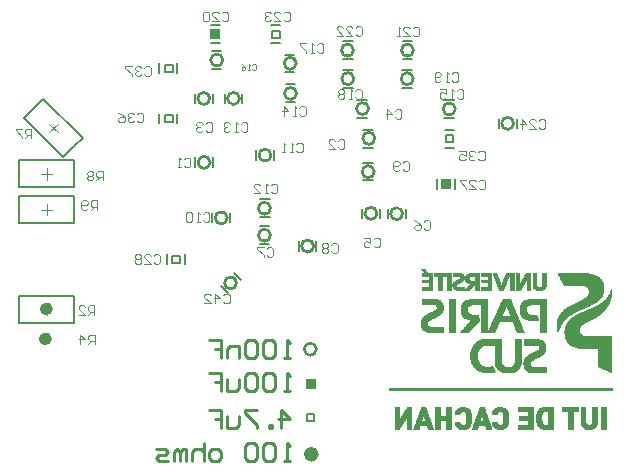
<source format=gbo>
%FSLAX44Y44*%
%MOMM*%
G71*
G01*
G75*
G04 Layer_Color=32896*
%ADD10R,1.8000X1.1500*%
%ADD11C,0.7620*%
G04:AMPARAMS|DCode=12|XSize=1.15mm|YSize=1.8mm|CornerRadius=0mm|HoleSize=0mm|Usage=FLASHONLY|Rotation=135.000|XOffset=0mm|YOffset=0mm|HoleType=Round|Shape=Rectangle|*
%AMROTATEDRECTD12*
4,1,4,1.0430,0.2298,-0.2298,-1.0430,-1.0430,-0.2298,0.2298,1.0430,1.0430,0.2298,0.0*
%
%ADD12ROTATEDRECTD12*%

%ADD13R,1.1500X1.8000*%
%ADD14C,0.1500*%
%ADD15C,1.5000*%
%ADD16R,1.5000X1.5000*%
%ADD17R,1.5000X1.5000*%
%ADD18C,1.5240*%
%ADD19C,3.5000*%
%ADD20C,0.6000*%
%ADD21R,1.7000X1.1000*%
%ADD22R,1.1000X1.7000*%
G04:AMPARAMS|DCode=23|XSize=1.7mm|YSize=1.1mm|CornerRadius=0mm|HoleSize=0mm|Usage=FLASHONLY|Rotation=45.000|XOffset=0mm|YOffset=0mm|HoleType=Round|Shape=Rectangle|*
%AMROTATEDRECTD23*
4,1,4,-0.2121,-0.9900,-0.9900,-0.2121,0.2121,0.9900,0.9900,0.2121,-0.2121,-0.9900,0.0*
%
%ADD23ROTATEDRECTD23*%

%ADD24C,0.6000*%
%ADD25C,0.1000*%
%ADD26C,0.2540*%
%ADD27C,0.2000*%
%ADD28C,0.0178*%
%ADD29C,0.2032*%
%ADD30R,2.0000X1.3500*%
%ADD31C,0.9620*%
G04:AMPARAMS|DCode=32|XSize=1.35mm|YSize=2mm|CornerRadius=0mm|HoleSize=0mm|Usage=FLASHONLY|Rotation=135.000|XOffset=0mm|YOffset=0mm|HoleType=Round|Shape=Rectangle|*
%AMROTATEDRECTD32*
4,1,4,1.1844,0.2298,-0.2298,-1.1844,-1.1844,-0.2298,0.2298,1.1844,1.1844,0.2298,0.0*
%
%ADD32ROTATEDRECTD32*%

%ADD33R,1.3500X2.0000*%
%ADD34C,1.7000*%
%ADD35R,1.7000X1.7000*%
%ADD36R,1.7000X1.7000*%
%ADD37C,1.7240*%
%ADD38C,3.7000*%
%ADD39C,0.8000*%
%ADD40R,1.9000X1.3000*%
%ADD41R,1.3000X1.9000*%
G04:AMPARAMS|DCode=42|XSize=1.9mm|YSize=1.3mm|CornerRadius=0mm|HoleSize=0mm|Usage=FLASHONLY|Rotation=45.000|XOffset=0mm|YOffset=0mm|HoleType=Round|Shape=Rectangle|*
%AMROTATEDRECTD42*
4,1,4,-0.2121,-1.1314,-1.1314,-0.2121,0.2121,1.1314,1.1314,0.2121,-0.2121,-1.1314,0.0*
%
%ADD42ROTATEDRECTD42*%

%ADD43C,0.0254*%
%ADD44R,0.8890X0.9144*%
D14*
X602224Y871658D02*
X624224D01*
X577224D02*
Y881658D01*
X624224Y871658D02*
Y884658D01*
X577224Y871658D02*
X602224D01*
X624224Y884658D02*
Y894658D01*
X577224D02*
X624224D01*
X577224Y881658D02*
Y894658D01*
X599420Y912889D02*
X614976Y897333D01*
X581742Y930567D02*
X588813Y937638D01*
X614976Y897333D02*
X624168Y906525D01*
X581742Y930567D02*
X599420Y912889D01*
X624168Y906525D02*
X631239Y913596D01*
X598005Y946830D02*
X631239Y913596D01*
X588813Y937638D02*
X598005Y946830D01*
X577196Y864404D02*
X599196D01*
X624196Y854404D02*
Y864404D01*
X577196Y851404D02*
Y864404D01*
X599196D02*
X624196D01*
X577196Y841404D02*
Y851404D01*
Y841404D02*
X624196D01*
Y854404D01*
X602224Y757104D02*
X624224D01*
X577224D02*
Y767104D01*
X624224Y757104D02*
Y770104D01*
X577224Y757104D02*
X602224D01*
X624224Y770104D02*
Y780104D01*
X577224D02*
X624224D01*
X577224Y767104D02*
Y780104D01*
X820928Y673608D02*
X827278D01*
Y679450D01*
X820928D02*
X827278D01*
X820928Y673608D02*
Y679450D01*
X938530Y909828D02*
Y915670D01*
X944880D01*
Y909828D02*
Y915670D01*
X938530Y909828D02*
X944880D01*
X701040Y926846D02*
Y932688D01*
X707390D01*
Y926846D02*
Y932688D01*
X701040Y926846D02*
X707390D01*
X707136Y807466D02*
Y813308D01*
X713486D01*
Y807466D02*
Y813308D01*
X707136Y807466D02*
X713486D01*
X701040Y969264D02*
Y975106D01*
X707390D01*
Y969264D02*
Y975106D01*
X701040Y969264D02*
X707390D01*
X791718Y998220D02*
Y1004062D01*
X798068D01*
Y998220D02*
Y1004062D01*
X791718Y998220D02*
X798068D01*
D24*
X827210Y645850D02*
G03*
X827215Y645577I-2472J-182D01*
G01*
X602166Y743640D02*
G03*
X602171Y743367I-2472J-182D01*
G01*
X602928Y769040D02*
G03*
X602933Y768767I-2472J-182D01*
G01*
D25*
X595724Y883158D02*
X605724D01*
X600724Y878158D02*
Y888158D01*
X602955Y925617D02*
X610026Y918546D01*
X602955D02*
X610026Y925617D01*
X595696Y852904D02*
X605696D01*
X600696Y847904D02*
Y857904D01*
X595724Y768604D02*
X605724D01*
X600724Y763604D02*
Y773604D01*
X643382Y852678D02*
Y860675D01*
X639383D01*
X638050Y859342D01*
Y856677D01*
X639383Y855344D01*
X643382D01*
X640716D02*
X638050Y852678D01*
X635385Y854011D02*
X634052Y852678D01*
X631386D01*
X630053Y854011D01*
Y859342D01*
X631386Y860675D01*
X634052D01*
X635385Y859342D01*
Y858010D01*
X634052Y856677D01*
X630053D01*
X648208Y877570D02*
Y885567D01*
X644209D01*
X642876Y884234D01*
Y881569D01*
X644209Y880236D01*
X648208D01*
X645542D02*
X642876Y877570D01*
X640211Y884234D02*
X638878Y885567D01*
X636212D01*
X634879Y884234D01*
Y882902D01*
X636212Y881569D01*
X634879Y880236D01*
Y878903D01*
X636212Y877570D01*
X638878D01*
X640211Y878903D01*
Y880236D01*
X638878Y881569D01*
X640211Y882902D01*
Y884234D01*
X638878Y881569D02*
X636212D01*
X587756Y913384D02*
Y921381D01*
X583757D01*
X582424Y920049D01*
Y917383D01*
X583757Y916050D01*
X587756D01*
X585090D02*
X582424Y913384D01*
X579759Y921381D02*
X574427D01*
Y920049D01*
X579759Y914717D01*
Y913384D01*
X641096Y763778D02*
Y771775D01*
X637097D01*
X635764Y770443D01*
Y767777D01*
X637097Y766444D01*
X641096D01*
X638430D02*
X635764Y763778D01*
X627767D02*
X633099D01*
X627767Y769110D01*
Y770443D01*
X629100Y771775D01*
X631766D01*
X633099Y770443D01*
X717044Y895411D02*
X718377Y896743D01*
X721043D01*
X722376Y895411D01*
Y890079D01*
X721043Y888746D01*
X718377D01*
X717044Y890079D01*
X714379Y888746D02*
X711713D01*
X713046D01*
Y896743D01*
X714379Y895411D01*
X847600Y910904D02*
X848933Y912237D01*
X851599D01*
X852932Y910904D01*
Y905573D01*
X851599Y904240D01*
X848933D01*
X847600Y905573D01*
X839603Y904240D02*
X844935D01*
X839603Y909572D01*
Y910904D01*
X840936Y912237D01*
X843602D01*
X844935Y910904D01*
X735586Y925637D02*
X736919Y926969D01*
X739585D01*
X740918Y925637D01*
Y920305D01*
X739585Y918972D01*
X736919D01*
X735586Y920305D01*
X732921Y925637D02*
X731588Y926969D01*
X728922D01*
X727589Y925637D01*
Y924304D01*
X728922Y922971D01*
X730255D01*
X728922D01*
X727589Y921638D01*
Y920305D01*
X728922Y918972D01*
X731588D01*
X732921Y920305D01*
X895860Y936304D02*
X897193Y937637D01*
X899859D01*
X901192Y936304D01*
Y930973D01*
X899859Y929640D01*
X897193D01*
X895860Y930973D01*
X889196Y929640D02*
Y937637D01*
X893195Y933639D01*
X887863D01*
X877572Y827592D02*
X878905Y828925D01*
X881571D01*
X882904Y827592D01*
Y822261D01*
X881571Y820928D01*
X878905D01*
X877572Y822261D01*
X869575Y828925D02*
X874907D01*
Y824927D01*
X872241Y826260D01*
X870908D01*
X869575Y824927D01*
Y822261D01*
X870908Y820928D01*
X873574D01*
X874907Y822261D01*
X919990Y842325D02*
X921323Y843657D01*
X923989D01*
X925322Y842325D01*
Y836993D01*
X923989Y835660D01*
X921323D01*
X919990Y836993D01*
X911993Y843657D02*
X914659Y842325D01*
X917325Y839659D01*
Y836993D01*
X915992Y835660D01*
X913326D01*
X911993Y836993D01*
Y838326D01*
X913326Y839659D01*
X917325D01*
X787148Y819464D02*
X788481Y820797D01*
X791147D01*
X792480Y819464D01*
Y814133D01*
X791147Y812800D01*
X788481D01*
X787148Y814133D01*
X784483Y820797D02*
X779151D01*
Y819464D01*
X784483Y814133D01*
Y812800D01*
X841758Y823020D02*
X843091Y824353D01*
X845757D01*
X847090Y823020D01*
Y817689D01*
X845757Y816356D01*
X843091D01*
X841758Y817689D01*
X839093Y823020D02*
X837760Y824353D01*
X835094D01*
X833761Y823020D01*
Y821688D01*
X835094Y820355D01*
X833761Y819022D01*
Y817689D01*
X835094Y816356D01*
X837760D01*
X839093Y817689D01*
Y819022D01*
X837760Y820355D01*
X839093Y821688D01*
Y823020D01*
X837760Y820355D02*
X835094D01*
X902210Y892617D02*
X903543Y893949D01*
X906209D01*
X907542Y892617D01*
Y887285D01*
X906209Y885952D01*
X903543D01*
X902210Y887285D01*
X899545D02*
X898212Y885952D01*
X895546D01*
X894213Y887285D01*
Y892617D01*
X895546Y893949D01*
X898212D01*
X899545Y892617D01*
Y891284D01*
X898212Y889951D01*
X894213D01*
X733300Y849183D02*
X734633Y850515D01*
X737299D01*
X738632Y849183D01*
Y843851D01*
X737299Y842518D01*
X734633D01*
X733300Y843851D01*
X730635Y842518D02*
X727969D01*
X729302D01*
Y850515D01*
X730635Y849183D01*
X723970D02*
X722637Y850515D01*
X719971D01*
X718638Y849183D01*
Y843851D01*
X719971Y842518D01*
X722637D01*
X723970Y843851D01*
Y849183D01*
X812294Y908111D02*
X813627Y909443D01*
X816293D01*
X817626Y908111D01*
Y902779D01*
X816293Y901446D01*
X813627D01*
X812294Y902779D01*
X809629Y901446D02*
X806963D01*
X808296D01*
Y909443D01*
X809629Y908111D01*
X802964Y901446D02*
X800298D01*
X801631D01*
Y909443D01*
X802964Y908111D01*
X790704Y873313D02*
X792037Y874645D01*
X794703D01*
X796036Y873313D01*
Y867981D01*
X794703Y866648D01*
X792037D01*
X790704Y867981D01*
X788039Y866648D02*
X785373D01*
X786706D01*
Y874645D01*
X788039Y873313D01*
X776042Y866648D02*
X781374D01*
X776042Y871980D01*
Y873313D01*
X777375Y874645D01*
X780041D01*
X781374Y873313D01*
X765304Y925383D02*
X766637Y926715D01*
X769303D01*
X770636Y925383D01*
Y920051D01*
X769303Y918718D01*
X766637D01*
X765304Y920051D01*
X762639Y918718D02*
X759973D01*
X761306D01*
Y926715D01*
X762639Y925383D01*
X755974D02*
X754641Y926715D01*
X751975D01*
X750642Y925383D01*
Y924050D01*
X751975Y922717D01*
X753308D01*
X751975D01*
X750642Y921384D01*
Y920051D01*
X751975Y918718D01*
X754641D01*
X755974Y920051D01*
X814834Y939099D02*
X816167Y940431D01*
X818833D01*
X820166Y939099D01*
Y933767D01*
X818833Y932434D01*
X816167D01*
X814834Y933767D01*
X812169Y932434D02*
X809503D01*
X810836D01*
Y940431D01*
X812169Y939099D01*
X801505Y932434D02*
Y940431D01*
X805504Y936433D01*
X800172D01*
X948184Y953577D02*
X949517Y954909D01*
X952183D01*
X953516Y953577D01*
Y948245D01*
X952183Y946912D01*
X949517D01*
X948184Y948245D01*
X945519Y946912D02*
X942853D01*
X944186D01*
Y954909D01*
X945519Y953577D01*
X933522Y954909D02*
X938854D01*
Y950911D01*
X936188Y952244D01*
X934855D01*
X933522Y950911D01*
Y948245D01*
X934855Y946912D01*
X937521D01*
X938854Y948245D01*
X774924Y975207D02*
X775757Y976040D01*
X777423D01*
X778256Y975207D01*
Y971875D01*
X777423Y971042D01*
X775757D01*
X774924Y971875D01*
X773258Y971042D02*
X771591D01*
X772425D01*
Y976040D01*
X773258Y975207D01*
X765760Y976040D02*
X767426Y975207D01*
X769092Y973541D01*
Y971875D01*
X768259Y971042D01*
X766593D01*
X765760Y971875D01*
Y972708D01*
X766593Y973541D01*
X769092D01*
X829820Y992185D02*
X831153Y993517D01*
X833819D01*
X835152Y992185D01*
Y986853D01*
X833819Y985520D01*
X831153D01*
X829820Y986853D01*
X827155Y985520D02*
X824489D01*
X825822D01*
Y993517D01*
X827155Y992185D01*
X820490Y993517D02*
X815158D01*
Y992185D01*
X820490Y986853D01*
Y985520D01*
X862078Y953577D02*
X863411Y954909D01*
X866077D01*
X867410Y953577D01*
Y948245D01*
X866077Y946912D01*
X863411D01*
X862078Y948245D01*
X859413Y946912D02*
X856747D01*
X858080D01*
Y954909D01*
X859413Y953577D01*
X852748D02*
X851415Y954909D01*
X848749D01*
X847416Y953577D01*
Y952244D01*
X848749Y950911D01*
X847416Y949578D01*
Y948245D01*
X848749Y946912D01*
X851415D01*
X852748Y948245D01*
Y949578D01*
X851415Y950911D01*
X852748Y952244D01*
Y953577D01*
X851415Y950911D02*
X848749D01*
X943866Y967801D02*
X945199Y969133D01*
X947865D01*
X949198Y967801D01*
Y962469D01*
X947865Y961136D01*
X945199D01*
X943866Y962469D01*
X941201Y961136D02*
X938535D01*
X939868D01*
Y969133D01*
X941201Y967801D01*
X934536Y962469D02*
X933203Y961136D01*
X930537D01*
X929204Y962469D01*
Y967801D01*
X930537Y969133D01*
X933203D01*
X934536Y967801D01*
Y966468D01*
X933203Y965135D01*
X929204D01*
X749048Y1019109D02*
X750381Y1020441D01*
X753047D01*
X754380Y1019109D01*
Y1013777D01*
X753047Y1012444D01*
X750381D01*
X749048Y1013777D01*
X741051Y1012444D02*
X746383D01*
X741051Y1017776D01*
Y1019109D01*
X742384Y1020441D01*
X745050D01*
X746383Y1019109D01*
X738385D02*
X737052Y1020441D01*
X734386D01*
X733054Y1019109D01*
Y1013777D01*
X734386Y1012444D01*
X737052D01*
X738385Y1013777D01*
Y1019109D01*
X910846Y1006408D02*
X912179Y1007741D01*
X914845D01*
X916178Y1006408D01*
Y1001077D01*
X914845Y999744D01*
X912179D01*
X910846Y1001077D01*
X902849Y999744D02*
X908181D01*
X902849Y1005076D01*
Y1006408D01*
X904182Y1007741D01*
X906848D01*
X908181Y1006408D01*
X900183Y999744D02*
X897517D01*
X898850D01*
Y1007741D01*
X900183Y1006408D01*
X862332Y1006917D02*
X863665Y1008249D01*
X866331D01*
X867664Y1006917D01*
Y1001585D01*
X866331Y1000252D01*
X863665D01*
X862332Y1001585D01*
X854335Y1000252D02*
X859667D01*
X854335Y1005584D01*
Y1006917D01*
X855668Y1008249D01*
X858334D01*
X859667Y1006917D01*
X846338Y1000252D02*
X851669D01*
X846338Y1005584D01*
Y1006917D01*
X847670Y1008249D01*
X850336D01*
X851669Y1006917D01*
X801372Y1019109D02*
X802705Y1020441D01*
X805371D01*
X806704Y1019109D01*
Y1013777D01*
X805371Y1012444D01*
X802705D01*
X801372Y1013777D01*
X793375Y1012444D02*
X798707D01*
X793375Y1017776D01*
Y1019109D01*
X794708Y1020441D01*
X797374D01*
X798707Y1019109D01*
X790709D02*
X789376Y1020441D01*
X786710D01*
X785378Y1019109D01*
Y1017776D01*
X786710Y1016443D01*
X788043D01*
X786710D01*
X785378Y1015110D01*
Y1013777D01*
X786710Y1012444D01*
X789376D01*
X790709Y1013777D01*
X1017526Y928176D02*
X1018859Y929509D01*
X1021525D01*
X1022858Y928176D01*
Y922845D01*
X1021525Y921512D01*
X1018859D01*
X1017526Y922845D01*
X1009529Y921512D02*
X1014861D01*
X1009529Y926844D01*
Y928176D01*
X1010862Y929509D01*
X1013528D01*
X1014861Y928176D01*
X1002864Y921512D02*
Y929509D01*
X1006863Y925511D01*
X1001532D01*
X966726Y876869D02*
X968059Y878201D01*
X970725D01*
X972058Y876869D01*
Y871537D01*
X970725Y870204D01*
X968059D01*
X966726Y871537D01*
X958729Y870204D02*
X964061D01*
X958729Y875536D01*
Y876869D01*
X960062Y878201D01*
X962728D01*
X964061Y876869D01*
X956063Y878201D02*
X950732D01*
Y876869D01*
X956063Y871537D01*
Y870204D01*
X691390Y813876D02*
X692723Y815209D01*
X695389D01*
X696722Y813876D01*
Y808545D01*
X695389Y807212D01*
X692723D01*
X691390Y808545D01*
X683393Y807212D02*
X688725D01*
X683393Y812544D01*
Y813876D01*
X684726Y815209D01*
X687392D01*
X688725Y813876D01*
X680727D02*
X679394Y815209D01*
X676728D01*
X675396Y813876D01*
Y812544D01*
X676728Y811211D01*
X675396Y809878D01*
Y808545D01*
X676728Y807212D01*
X679394D01*
X680727Y808545D01*
Y809878D01*
X679394Y811211D01*
X680727Y812544D01*
Y813876D01*
X679394Y811211D02*
X676728D01*
X966218Y901253D02*
X967551Y902585D01*
X970217D01*
X971550Y901253D01*
Y895921D01*
X970217Y894588D01*
X967551D01*
X966218Y895921D01*
X963553Y901253D02*
X962220Y902585D01*
X959554D01*
X958221Y901253D01*
Y899920D01*
X959554Y898587D01*
X960887D01*
X959554D01*
X958221Y897254D01*
Y895921D01*
X959554Y894588D01*
X962220D01*
X963553Y895921D01*
X950224Y902585D02*
X955555D01*
Y898587D01*
X952889Y899920D01*
X951556D01*
X950224Y898587D01*
Y895921D01*
X951556Y894588D01*
X954222D01*
X955555Y895921D01*
X677420Y933511D02*
X678753Y934843D01*
X681419D01*
X682752Y933511D01*
Y928179D01*
X681419Y926846D01*
X678753D01*
X677420Y928179D01*
X674755Y933511D02*
X673422Y934843D01*
X670756D01*
X669423Y933511D01*
Y932178D01*
X670756Y930845D01*
X672089D01*
X670756D01*
X669423Y929512D01*
Y928179D01*
X670756Y926846D01*
X673422D01*
X674755Y928179D01*
X661426Y934843D02*
X664091Y933511D01*
X666757Y930845D01*
Y928179D01*
X665424Y926846D01*
X662758D01*
X661426Y928179D01*
Y929512D01*
X662758Y930845D01*
X666757D01*
X683516Y972880D02*
X684849Y974213D01*
X687515D01*
X688848Y972880D01*
Y967549D01*
X687515Y966216D01*
X684849D01*
X683516Y967549D01*
X680851Y972880D02*
X679518Y974213D01*
X676852D01*
X675519Y972880D01*
Y971548D01*
X676852Y970215D01*
X678185D01*
X676852D01*
X675519Y968882D01*
Y967549D01*
X676852Y966216D01*
X679518D01*
X680851Y967549D01*
X672853Y974213D02*
X667522D01*
Y972880D01*
X672853Y967549D01*
Y966216D01*
X641350Y738886D02*
Y746883D01*
X637351D01*
X636018Y745551D01*
Y742885D01*
X637351Y741552D01*
X641350D01*
X638684D02*
X636018Y738886D01*
X629354D02*
Y746883D01*
X633353Y742885D01*
X628021D01*
X750318Y780349D02*
X751651Y781681D01*
X754317D01*
X755650Y780349D01*
Y775017D01*
X754317Y773684D01*
X751651D01*
X750318Y775017D01*
X743654Y773684D02*
Y781681D01*
X747653Y777683D01*
X742321D01*
X734324Y773684D02*
X739655D01*
X734324Y779016D01*
Y780349D01*
X735656Y781681D01*
X738322D01*
X739655Y780349D01*
D26*
X829068Y734841D02*
G03*
X829073Y734568I-5088J-231D01*
G01*
X829830Y645941D02*
G03*
X829836Y645668I-5088J-231D01*
G01*
X790714Y899179D02*
G03*
X790720Y898906I-5088J-231D01*
G01*
X812304Y951503D02*
G03*
X812309Y951230I-5088J-231D01*
G01*
X739152Y893083D02*
G03*
X739157Y892810I-5088J-231D01*
G01*
X753630Y846093D02*
G03*
X753635Y845820I-5088J-231D01*
G01*
X790206Y831361D02*
G03*
X790211Y831088I-5088J-231D01*
G01*
X790206Y854221D02*
G03*
X790211Y853948I-5088J-231D01*
G01*
X880376Y849903D02*
G03*
X880381Y849630I-5088J-231D01*
G01*
X902220Y849649D02*
G03*
X902225Y849376I-5088J-231D01*
G01*
X878090Y885209D02*
G03*
X878095Y884936I-5088J-231D01*
G01*
X878598Y913403D02*
G03*
X878604Y913130I-5088J-231D01*
G01*
X873264Y938549D02*
G03*
X873270Y938276I-5088J-231D01*
G01*
X946670Y938295D02*
G03*
X946675Y938022I-5088J-231D01*
G01*
X738898Y947185D02*
G03*
X738904Y946912I-5088J-231D01*
G01*
X764044Y947185D02*
G03*
X764050Y946912I-5088J-231D01*
G01*
X826782Y822217D02*
G03*
X826787Y821944I-5088J-231D01*
G01*
X911110Y963949D02*
G03*
X911115Y963676I-5088J-231D01*
G01*
X860818Y963949D02*
G03*
X860824Y963676I-5088J-231D01*
G01*
X812050Y976903D02*
G03*
X812056Y976630I-5088J-231D01*
G01*
X749820Y979697D02*
G03*
X749826Y979424I-5088J-231D01*
G01*
X761504Y790975D02*
G03*
X761509Y790702I-5088J-231D01*
G01*
X996200Y926103D02*
G03*
X996206Y925830I-5088J-231D01*
G01*
X860564Y988079D02*
G03*
X860570Y987806I-5088J-231D01*
G01*
X911364Y988079D02*
G03*
X911369Y987806I-5088J-231D01*
G01*
X806958Y727456D02*
X801880D01*
X804419D01*
Y742691D01*
X806958Y740152D01*
X794262D02*
X791723Y742691D01*
X786645D01*
X784105Y740152D01*
Y729995D01*
X786645Y727456D01*
X791723D01*
X794262Y729995D01*
Y740152D01*
X779027D02*
X776488Y742691D01*
X771410D01*
X768870Y740152D01*
Y729995D01*
X771410Y727456D01*
X776488D01*
X779027Y729995D01*
Y740152D01*
X763792Y727456D02*
Y737613D01*
X756174D01*
X753635Y735073D01*
Y727456D01*
X738400Y742691D02*
X748557D01*
Y735073D01*
X743478D01*
X748557D01*
Y727456D01*
X806704Y699516D02*
X801626D01*
X804165D01*
Y714751D01*
X806704Y712212D01*
X794008D02*
X791469Y714751D01*
X786391D01*
X783851Y712212D01*
Y702055D01*
X786391Y699516D01*
X791469D01*
X794008Y702055D01*
Y712212D01*
X778773D02*
X776234Y714751D01*
X771155D01*
X768616Y712212D01*
Y702055D01*
X771155Y699516D01*
X776234D01*
X778773Y702055D01*
Y712212D01*
X763538Y709673D02*
Y702055D01*
X760999Y699516D01*
X753381D01*
Y709673D01*
X738146Y714751D02*
X748303D01*
Y707133D01*
X743224D01*
X748303D01*
Y699516D01*
X798832Y668020D02*
Y683255D01*
X806450Y675638D01*
X796293D01*
X791215Y668020D02*
Y670559D01*
X788676D01*
Y668020D01*
X791215D01*
X778519Y683255D02*
X768362D01*
Y680716D01*
X778519Y670559D01*
Y668020D01*
X763284Y678177D02*
Y670559D01*
X760745Y668020D01*
X753127D01*
Y678177D01*
X737892Y683255D02*
X748049D01*
Y675638D01*
X742971D01*
X748049D01*
Y668020D01*
X807212Y639826D02*
X802134D01*
X804673D01*
Y655061D01*
X807212Y652522D01*
X794516D02*
X791977Y655061D01*
X786899D01*
X784359Y652522D01*
Y642365D01*
X786899Y639826D01*
X791977D01*
X794516Y642365D01*
Y652522D01*
X779281D02*
X776742Y655061D01*
X771664D01*
X769124Y652522D01*
Y642365D01*
X771664Y639826D01*
X776742D01*
X779281Y642365D01*
Y652522D01*
X746272Y639826D02*
X741193D01*
X738654Y642365D01*
Y647443D01*
X741193Y649983D01*
X746272D01*
X748811Y647443D01*
Y642365D01*
X746272Y639826D01*
X733576Y655061D02*
Y639826D01*
Y647443D01*
X731037Y649983D01*
X725958D01*
X723419Y647443D01*
Y639826D01*
X718341D02*
Y649983D01*
X715802D01*
X713262Y647443D01*
Y639826D01*
Y647443D01*
X710723Y649983D01*
X708184Y647443D01*
Y639826D01*
X703106D02*
X695488D01*
X692949Y642365D01*
X695488Y644904D01*
X700566D01*
X703106Y647443D01*
X700566Y649983D01*
X692949D01*
D27*
X695826Y968566D02*
Y976566D01*
X710826Y968566D02*
Y976566D01*
X983608Y921830D02*
Y929830D01*
X998608Y921830D02*
Y929830D01*
X790512Y993768D02*
X798512D01*
X790512Y1008768D02*
X798512D01*
X851980Y995306D02*
X859980D01*
X851980Y980306D02*
X859980D01*
X902272Y995306D02*
X910272D01*
X902272Y980306D02*
X910272D01*
X739712Y994022D02*
X747712D01*
X739712Y1009022D02*
X747712D01*
X851980Y971176D02*
X859980D01*
X851980Y956176D02*
X859980Y956176D01*
X802500Y969000D02*
X810500D01*
X802500Y984000D02*
X810500D01*
X803212Y958984D02*
X811212D01*
X803212Y943984D02*
X811212D01*
X902018Y971176D02*
X910018D01*
X902018Y956176D02*
X910018D01*
X937578Y945776D02*
X945578D01*
X937578Y930776D02*
X945578D01*
X937832Y919868D02*
X945832D01*
X937832Y904868D02*
X945832D01*
X946538Y870522D02*
Y878522D01*
X931538Y870522D02*
Y878522D01*
X904628Y845630D02*
Y853630D01*
X889628Y845630D02*
Y853630D01*
X882784Y845630D02*
Y853630D01*
X867784Y845630D02*
Y853630D01*
X829190Y818198D02*
Y826198D01*
X814190Y818198D02*
Y826198D01*
X718000Y807000D02*
Y815000D01*
X703000Y807000D02*
Y815000D01*
X781368Y823842D02*
X789368D01*
X781368Y838842D02*
X789368D01*
X781500Y847000D02*
X789500D01*
X781500Y862000D02*
X789500D01*
X740500Y972000D02*
X748500D01*
X740500Y987000D02*
X748500D01*
X778122Y895160D02*
Y903160D01*
X793122Y895160D02*
Y903160D01*
X695826Y926148D02*
Y934148D01*
X710826Y926148D02*
Y934148D01*
X726500Y943000D02*
Y951000D01*
X741500Y943000D02*
Y951000D01*
X751500Y943000D02*
Y951000D01*
X766500Y943000D02*
Y951000D01*
X868998Y920376D02*
X876998D01*
X868998Y905376D02*
X876998D01*
X863918Y945776D02*
X871918D01*
X863918Y930776D02*
X871918D01*
X869000Y892500D02*
X877000D01*
X869000Y877500D02*
X877000D01*
X756000Y842000D02*
Y850000D01*
X741000Y842000D02*
Y850000D01*
X741560Y889064D02*
Y897064D01*
X726560Y889064D02*
Y897064D01*
X759395Y798834D02*
X765052Y793177D01*
X748788Y788227D02*
X754445Y782570D01*
D43*
X950976Y667258D02*
X955294D01*
X982472D02*
X986536D01*
X1057656D02*
X1061974D01*
X895350Y667512D02*
X898906D01*
X905764D02*
X909574D01*
X911352D02*
X915670D01*
X923544D02*
X927862D01*
X929640D02*
X933704D01*
X939292D02*
X943356D01*
X950214D02*
X956056D01*
X960882D02*
X965200D01*
X973074D02*
X977392D01*
X981710D02*
X987298D01*
X999744D02*
X1012190D01*
X1020064D02*
X1029208D01*
X1042162D02*
X1046226D01*
X1056894D02*
X1062736D01*
X1070356D02*
X1074166D01*
X895350Y667766D02*
X899160D01*
X905764D02*
X909574D01*
X911606D02*
X915670D01*
X923544D02*
X927608D01*
X929640D02*
X933704D01*
X939292D02*
X943356D01*
X949706D02*
X956564D01*
X960882D02*
X965200D01*
X973074D02*
X977138D01*
X981202D02*
X988060D01*
X999744D02*
X1012190D01*
X1019302D02*
X1029208D01*
X1042162D02*
X1046226D01*
X1056386D02*
X1063244D01*
X1070356D02*
X1074166D01*
X895350Y668020D02*
X899160D01*
X905764D02*
X909574D01*
X911606D02*
X915670D01*
X923544D02*
X927608D01*
X929640D02*
X933704D01*
X939292D02*
X943356D01*
X949198D02*
X957072D01*
X961136D02*
X965200D01*
X973074D02*
X977138D01*
X980694D02*
X988314D01*
X999744D02*
X1012190D01*
X1018794D02*
X1029208D01*
X1042162D02*
X1046226D01*
X1055878D02*
X1063752D01*
X1070356D02*
X1074166D01*
X895350Y668274D02*
X899414D01*
X905764D02*
X909574D01*
X911606D02*
X915924D01*
X923290D02*
X927608D01*
X929640D02*
X933704D01*
X939292D02*
X943356D01*
X948690D02*
X957326D01*
X961136D02*
X965454D01*
X972820D02*
X977138D01*
X980186D02*
X988822D01*
X999744D02*
X1012190D01*
X1018286D02*
X1029208D01*
X1042162D02*
X1046226D01*
X1055624D02*
X1064006D01*
X1070356D02*
X1074166D01*
X895350Y668528D02*
X899668D01*
X905764D02*
X909574D01*
X911860D02*
X915924D01*
X923290D02*
X927354D01*
X929640D02*
X933704D01*
X939292D02*
X943356D01*
X948436D02*
X957580D01*
X961390D02*
X965454D01*
X972820D02*
X976884D01*
X979932D02*
X989076D01*
X999744D02*
X1012190D01*
X1018032D02*
X1029208D01*
X1042162D02*
X1046226D01*
X1055116D02*
X1064514D01*
X1070356D02*
X1074166D01*
X895350Y668782D02*
X899668D01*
X905764D02*
X909574D01*
X911860D02*
X915924D01*
X923290D02*
X927354D01*
X929640D02*
X933704D01*
X939292D02*
X943356D01*
X948182D02*
X957834D01*
X961390D02*
X965454D01*
X972820D02*
X976884D01*
X979678D02*
X989330D01*
X999744D02*
X1012190D01*
X1017778D02*
X1029208D01*
X1042162D02*
X1046226D01*
X1054862D02*
X1064768D01*
X1070356D02*
X1074166D01*
X895350Y669036D02*
X899922D01*
X905764D02*
X909574D01*
X912114D02*
X916178D01*
X923036D02*
X927354D01*
X929640D02*
X933704D01*
X939292D02*
X943356D01*
X947928D02*
X958088D01*
X961390D02*
X965708D01*
X972566D02*
X976884D01*
X979424D02*
X989584D01*
X999744D02*
X1012190D01*
X1017524D02*
X1029208D01*
X1042162D02*
X1046226D01*
X1054608D02*
X1065022D01*
X1070356D02*
X1074166D01*
X895350Y669290D02*
X900176D01*
X905764D02*
X909574D01*
X912114D02*
X916178D01*
X923036D02*
X927100D01*
X929640D02*
X933704D01*
X939292D02*
X943356D01*
X947674D02*
X958342D01*
X961644D02*
X965708D01*
X972566D02*
X976630D01*
X979170D02*
X989838D01*
X999744D02*
X1012190D01*
X1017270D02*
X1029208D01*
X1042162D02*
X1046226D01*
X1054354D02*
X1065276D01*
X1070356D02*
X1074166D01*
X895350Y669544D02*
X900176D01*
X905764D02*
X909574D01*
X912114D02*
X916178D01*
X923036D02*
X927100D01*
X929640D02*
X933704D01*
X939292D02*
X943356D01*
X947420D02*
X958596D01*
X961644D02*
X965708D01*
X972566D02*
X976630D01*
X978916D02*
X990092D01*
X999744D02*
X1012190D01*
X1017016D02*
X1029208D01*
X1042162D02*
X1046226D01*
X1054354D02*
X1065530D01*
X1070356D02*
X1074166D01*
X895350Y669798D02*
X900430D01*
X905764D02*
X909574D01*
X912368D02*
X916432D01*
X922782D02*
X927100D01*
X929640D02*
X933704D01*
X939292D02*
X943356D01*
X947420D02*
X958850D01*
X961644D02*
X965962D01*
X972312D02*
X976630D01*
X978916D02*
X990346D01*
X999744D02*
X1012190D01*
X1016762D02*
X1029208D01*
X1042162D02*
X1046226D01*
X1054100D02*
X1065530D01*
X1070356D02*
X1074166D01*
X895350Y670052D02*
X900684D01*
X905764D02*
X909574D01*
X912368D02*
X916432D01*
X922782D02*
X926846D01*
X929640D02*
X933704D01*
X939292D02*
X943356D01*
X947166D02*
X959104D01*
X961898D02*
X965962D01*
X972312D02*
X976376D01*
X978662D02*
X990600D01*
X999744D02*
X1012190D01*
X1016508D02*
X1029208D01*
X1042162D02*
X1046226D01*
X1053846D02*
X1065784D01*
X1070356D02*
X1074166D01*
X895350Y670306D02*
X900684D01*
X905764D02*
X909574D01*
X912368D02*
X916432D01*
X922782D02*
X926846D01*
X929640D02*
X933704D01*
X939292D02*
X943356D01*
X946912D02*
X959104D01*
X961898D02*
X965962D01*
X972312D02*
X976376D01*
X978408D02*
X990600D01*
X999744D02*
X1012190D01*
X1016508D02*
X1029208D01*
X1042162D02*
X1046226D01*
X1053846D02*
X1066038D01*
X1070356D02*
X1074166D01*
X895350Y670560D02*
X900938D01*
X905764D02*
X909574D01*
X912622D02*
X916432D01*
X922782D02*
X926592D01*
X929640D02*
X933704D01*
X939292D02*
X943356D01*
X946912D02*
X951992D01*
X954024D02*
X959358D01*
X961898D02*
X965962D01*
X972058D02*
X976122D01*
X978408D02*
X983488D01*
X985520D02*
X990854D01*
X999744D02*
X1012190D01*
X1016254D02*
X1029208D01*
X1042162D02*
X1046226D01*
X1053592D02*
X1058926D01*
X1060704D02*
X1066038D01*
X1070356D02*
X1074166D01*
X895350Y670814D02*
X901192D01*
X905764D02*
X909574D01*
X912622D02*
X926592D01*
X929640D02*
X933704D01*
X939292D02*
X943356D01*
X946658D02*
X951484D01*
X954532D02*
X959358D01*
X962152D02*
X976122D01*
X978154D02*
X982980D01*
X986028D02*
X990854D01*
X1008126D02*
X1012190D01*
X1016254D02*
X1021588D01*
X1025144D02*
X1029208D01*
X1042162D02*
X1046226D01*
X1053592D02*
X1058164D01*
X1061466D02*
X1066038D01*
X1070356D02*
X1074166D01*
X895350Y671068D02*
X901192D01*
X905764D02*
X909574D01*
X912622D02*
X926592D01*
X929640D02*
X933704D01*
X939292D02*
X943356D01*
X946658D02*
X951230D01*
X954786D02*
X959612D01*
X962152D02*
X976122D01*
X978154D02*
X982726D01*
X986282D02*
X991108D01*
X1008126D02*
X1012190D01*
X1016000D02*
X1021080D01*
X1025144D02*
X1029208D01*
X1042162D02*
X1046226D01*
X1053338D02*
X1057910D01*
X1061720D02*
X1066292D01*
X1070356D02*
X1074166D01*
X895350Y671322D02*
X901446D01*
X905764D02*
X909574D01*
X912876D02*
X926338D01*
X929640D02*
X933704D01*
X939292D02*
X943356D01*
X946658D02*
X950976D01*
X955040D02*
X959612D01*
X962152D02*
X975868D01*
X978154D02*
X982472D01*
X986536D02*
X991108D01*
X1008126D02*
X1012190D01*
X1016000D02*
X1020826D01*
X1025144D02*
X1029208D01*
X1042162D02*
X1046226D01*
X1053338D02*
X1057656D01*
X1061974D02*
X1066546D01*
X1070356D02*
X1074166D01*
X895350Y671576D02*
X901700D01*
X905764D02*
X909574D01*
X912876D02*
X926338D01*
X929640D02*
X933704D01*
X939292D02*
X943356D01*
X946404D02*
X950722D01*
X955294D02*
X959612D01*
X962406D02*
X975868D01*
X977900D02*
X982218D01*
X986790D02*
X991108D01*
X1008126D02*
X1012190D01*
X1016000D02*
X1020572D01*
X1025144D02*
X1029208D01*
X1042162D02*
X1046226D01*
X1053338D02*
X1057402D01*
X1062228D02*
X1066546D01*
X1070356D02*
X1074166D01*
X895350Y671830D02*
X901700D01*
X905764D02*
X909574D01*
X913130D02*
X926338D01*
X929640D02*
X933704D01*
X939292D02*
X943356D01*
X946404D02*
X950722D01*
X955548D02*
X959612D01*
X962406D02*
X975868D01*
X977900D02*
X982218D01*
X987044D02*
X991108D01*
X1008126D02*
X1012190D01*
X1015746D02*
X1020318D01*
X1025144D02*
X1029208D01*
X1042162D02*
X1046226D01*
X1053084D02*
X1057402D01*
X1062482D02*
X1066546D01*
X1070356D02*
X1074166D01*
X895350Y672084D02*
X901954D01*
X905764D02*
X909574D01*
X913130D02*
X926084D01*
X929640D02*
X933704D01*
X939292D02*
X943356D01*
X946404D02*
X950468D01*
X955548D02*
X959866D01*
X962660D02*
X975614D01*
X977900D02*
X981964D01*
X987044D02*
X991362D01*
X1008126D02*
X1012190D01*
X1015746D02*
X1020064D01*
X1025144D02*
X1029208D01*
X1042162D02*
X1046226D01*
X1053084D02*
X1057148D01*
X1062482D02*
X1066546D01*
X1070356D02*
X1074166D01*
X895350Y672338D02*
X901954D01*
X905764D02*
X909574D01*
X913130D02*
X926084D01*
X929640D02*
X933704D01*
X939292D02*
X943356D01*
X946150D02*
X950468D01*
X955548D02*
X959866D01*
X962660D02*
X975614D01*
X977646D02*
X981964D01*
X987044D02*
X991362D01*
X1008126D02*
X1012190D01*
X1015746D02*
X1020064D01*
X1025144D02*
X1029208D01*
X1042162D02*
X1046226D01*
X1053084D02*
X1057148D01*
X1062736D02*
X1066800D01*
X1070356D02*
X1074166D01*
X895350Y672592D02*
X902208D01*
X905764D02*
X909574D01*
X913384D02*
X926084D01*
X929640D02*
X933704D01*
X939292D02*
X943356D01*
X946150D02*
X950214D01*
X955802D02*
X959866D01*
X962660D02*
X975614D01*
X977646D02*
X981710D01*
X987298D02*
X991362D01*
X1008126D02*
X1012190D01*
X1015746D02*
X1019810D01*
X1025144D02*
X1029208D01*
X1042162D02*
X1046226D01*
X1053084D02*
X1057148D01*
X1062736D02*
X1066546D01*
X1070356D02*
X1074166D01*
X895350Y672846D02*
X902462D01*
X905764D02*
X909574D01*
X913384D02*
X925830D01*
X929640D02*
X933704D01*
X939292D02*
X943356D01*
X946150D02*
X950214D01*
X955802D02*
X959866D01*
X962914D02*
X975360D01*
X977646D02*
X981710D01*
X987298D02*
X991362D01*
X1008126D02*
X1012190D01*
X1015746D02*
X1019810D01*
X1025144D02*
X1029208D01*
X1042162D02*
X1046226D01*
X1053084D02*
X1056894D01*
X1062736D02*
X1066546D01*
X1070356D02*
X1074166D01*
X895350Y673100D02*
X902462D01*
X905764D02*
X909574D01*
X913384D02*
X925830D01*
X929640D02*
X933704D01*
X939292D02*
X943356D01*
X955802D02*
X959866D01*
X962914D02*
X975360D01*
X987298D02*
X991362D01*
X1008126D02*
X1012190D01*
X1015492D02*
X1019810D01*
X1025144D02*
X1029208D01*
X1042162D02*
X1046226D01*
X1053084D02*
X1056894D01*
X1062736D02*
X1066800D01*
X1070356D02*
X1074166D01*
X895350Y673354D02*
X902716D01*
X905764D02*
X909574D01*
X913638D02*
X925576D01*
X929640D02*
X933704D01*
X939292D02*
X943356D01*
X955802D02*
X959866D01*
X962914D02*
X975106D01*
X987298D02*
X991362D01*
X1008126D02*
X1012190D01*
X1015492D02*
X1019810D01*
X1025144D02*
X1029208D01*
X1042162D02*
X1046226D01*
X1053084D02*
X1056894D01*
X1062736D02*
X1066800D01*
X1070356D02*
X1074166D01*
X895350Y673608D02*
X902970D01*
X905764D02*
X909574D01*
X913638D02*
X925576D01*
X929640D02*
X933704D01*
X939292D02*
X943356D01*
X955802D02*
X959866D01*
X963168D02*
X975106D01*
X987298D02*
X991362D01*
X1008126D02*
X1012190D01*
X1015492D02*
X1019810D01*
X1025144D02*
X1029208D01*
X1042162D02*
X1046226D01*
X1053084D02*
X1056894D01*
X1062736D02*
X1066800D01*
X1070356D02*
X1074166D01*
X895350Y673862D02*
X902970D01*
X905764D02*
X909574D01*
X913638D02*
X917702D01*
X921766D02*
X925576D01*
X929640D02*
X933704D01*
X939292D02*
X943356D01*
X955802D02*
X959866D01*
X963168D02*
X967232D01*
X971042D02*
X975106D01*
X987298D02*
X991362D01*
X1008126D02*
X1012190D01*
X1015492D02*
X1019556D01*
X1025144D02*
X1029208D01*
X1042162D02*
X1046226D01*
X1053084D02*
X1056894D01*
X1062736D02*
X1066800D01*
X1070356D02*
X1074166D01*
X895350Y674116D02*
X903224D01*
X905764D02*
X909574D01*
X913892D02*
X917702D01*
X921512D02*
X925322D01*
X929640D02*
X933704D01*
X939292D02*
X943356D01*
X955802D02*
X960120D01*
X963168D02*
X967232D01*
X971042D02*
X974852D01*
X987298D02*
X991362D01*
X1008126D02*
X1012190D01*
X1015492D02*
X1019556D01*
X1025144D02*
X1029208D01*
X1042162D02*
X1046226D01*
X1053084D02*
X1056894D01*
X1062736D02*
X1066800D01*
X1070356D02*
X1074166D01*
X895350Y674370D02*
X903478D01*
X905764D02*
X909574D01*
X913892D02*
X917702D01*
X921258D02*
X925322D01*
X929640D02*
X933704D01*
X939292D02*
X943356D01*
X955802D02*
X960120D01*
X963422D02*
X967232D01*
X970788D02*
X974852D01*
X987298D02*
X991616D01*
X1008126D02*
X1012190D01*
X1015492D02*
X1019556D01*
X1025144D02*
X1029208D01*
X1042162D02*
X1046226D01*
X1053084D02*
X1056894D01*
X1062736D02*
X1066800D01*
X1070356D02*
X1074166D01*
X895350Y674624D02*
X903478D01*
X905764D02*
X909574D01*
X913892D02*
X917956D01*
X921258D02*
X925322D01*
X929640D02*
X933704D01*
X939292D02*
X943356D01*
X956056D02*
X960120D01*
X963422D02*
X967486D01*
X970788D02*
X974852D01*
X987552D02*
X991616D01*
X1008126D02*
X1012190D01*
X1015492D02*
X1019556D01*
X1025144D02*
X1029208D01*
X1042162D02*
X1046226D01*
X1053084D02*
X1056894D01*
X1062736D02*
X1066800D01*
X1070356D02*
X1074166D01*
X895350Y674878D02*
X903732D01*
X905764D02*
X909574D01*
X914146D02*
X917956D01*
X921258D02*
X925068D01*
X929640D02*
X933704D01*
X933958D02*
X939038D01*
X939292D02*
X943356D01*
X956056D02*
X960120D01*
X963676D02*
X967486D01*
X970788D02*
X974598D01*
X987552D02*
X991616D01*
X1001014D02*
X1007872D01*
X1008126D02*
X1012190D01*
X1015492D02*
X1019556D01*
X1025144D02*
X1029208D01*
X1042162D02*
X1046226D01*
X1053084D02*
X1056894D01*
X1062736D02*
X1066800D01*
X1070356D02*
X1074166D01*
X895350Y675132D02*
X899160D01*
X899414D02*
X903986D01*
X905764D02*
X909574D01*
X914146D02*
X917956D01*
X921004D02*
X925068D01*
X929640D02*
X943356D01*
X956056D02*
X960120D01*
X963676D02*
X967486D01*
X970534D02*
X974598D01*
X987552D02*
X991616D01*
X1001014D02*
X1012190D01*
X1015492D02*
X1019556D01*
X1025144D02*
X1029208D01*
X1042162D02*
X1046226D01*
X1053084D02*
X1056894D01*
X1062736D02*
X1066800D01*
X1070356D02*
X1074166D01*
X895350Y675386D02*
X899160D01*
X899414D02*
X903986D01*
X905764D02*
X909574D01*
X914146D02*
X918210D01*
X921004D02*
X925068D01*
X929640D02*
X943356D01*
X956056D02*
X960120D01*
X963676D02*
X967740D01*
X970534D02*
X974598D01*
X987552D02*
X991616D01*
X1001014D02*
X1012190D01*
X1015492D02*
X1019556D01*
X1025144D02*
X1029208D01*
X1042162D02*
X1046226D01*
X1053084D02*
X1056894D01*
X1062736D02*
X1066800D01*
X1070356D02*
X1074166D01*
X895350Y675640D02*
X899160D01*
X899668D02*
X904240D01*
X905764D02*
X909574D01*
X914400D02*
X918210D01*
X921004D02*
X924814D01*
X929640D02*
X943356D01*
X956056D02*
X960120D01*
X963930D02*
X967740D01*
X970280D02*
X974344D01*
X987552D02*
X991616D01*
X1001014D02*
X1012190D01*
X1015492D02*
X1019556D01*
X1025144D02*
X1029208D01*
X1042162D02*
X1046226D01*
X1053084D02*
X1056894D01*
X1062736D02*
X1066800D01*
X1070356D02*
X1074166D01*
X895350Y675894D02*
X899160D01*
X899922D02*
X904240D01*
X905764D02*
X909574D01*
X914400D02*
X918210D01*
X920750D02*
X924814D01*
X929640D02*
X943356D01*
X956056D02*
X960120D01*
X963930D02*
X967740D01*
X970280D02*
X974344D01*
X987552D02*
X991616D01*
X1001014D02*
X1012190D01*
X1015492D02*
X1019556D01*
X1025144D02*
X1029208D01*
X1042162D02*
X1046226D01*
X1053084D02*
X1056894D01*
X1062736D02*
X1066800D01*
X1070356D02*
X1074166D01*
X895350Y676148D02*
X899160D01*
X899922D02*
X904494D01*
X905764D02*
X909574D01*
X914400D02*
X918464D01*
X920750D02*
X924814D01*
X929640D02*
X943356D01*
X956056D02*
X960120D01*
X963930D02*
X967994D01*
X970280D02*
X974344D01*
X987552D02*
X991616D01*
X1001014D02*
X1012190D01*
X1015492D02*
X1019556D01*
X1025144D02*
X1029208D01*
X1042162D02*
X1046226D01*
X1053084D02*
X1056894D01*
X1062736D02*
X1066800D01*
X1070356D02*
X1074166D01*
X895350Y676402D02*
X899160D01*
X900176D02*
X904748D01*
X905764D02*
X909574D01*
X914654D02*
X918464D01*
X920750D02*
X924560D01*
X929640D02*
X943356D01*
X956056D02*
X960120D01*
X964184D02*
X967994D01*
X970026D02*
X974090D01*
X987552D02*
X991616D01*
X1001014D02*
X1012190D01*
X1015492D02*
X1019556D01*
X1025144D02*
X1029208D01*
X1042162D02*
X1046226D01*
X1053084D02*
X1056894D01*
X1062736D02*
X1066800D01*
X1070356D02*
X1074166D01*
X895350Y676656D02*
X899160D01*
X900430D02*
X904748D01*
X905764D02*
X909574D01*
X914654D02*
X918464D01*
X920496D02*
X924560D01*
X929640D02*
X943356D01*
X956056D02*
X960120D01*
X964184D02*
X967994D01*
X970026D02*
X974090D01*
X987552D02*
X991616D01*
X1001014D02*
X1012190D01*
X1015492D02*
X1019556D01*
X1025144D02*
X1029208D01*
X1042162D02*
X1046226D01*
X1053084D02*
X1056894D01*
X1062736D02*
X1066800D01*
X1070356D02*
X1074166D01*
X895350Y676910D02*
X899160D01*
X900430D02*
X905002D01*
X905764D02*
X909574D01*
X914908D02*
X918718D01*
X920496D02*
X924306D01*
X929640D02*
X943356D01*
X956056D02*
X960120D01*
X964184D02*
X968248D01*
X970026D02*
X973836D01*
X987552D02*
X991616D01*
X1001014D02*
X1012190D01*
X1015492D02*
X1019556D01*
X1025144D02*
X1029208D01*
X1042162D02*
X1046226D01*
X1053084D02*
X1056894D01*
X1062736D02*
X1066800D01*
X1070356D02*
X1074166D01*
X895350Y677164D02*
X899160D01*
X900684D02*
X905256D01*
X905764D02*
X909574D01*
X914908D02*
X918718D01*
X920242D02*
X924306D01*
X929640D02*
X943356D01*
X956056D02*
X960120D01*
X964438D02*
X968248D01*
X969772D02*
X973836D01*
X987552D02*
X991616D01*
X1001014D02*
X1012190D01*
X1015492D02*
X1019556D01*
X1025144D02*
X1029208D01*
X1042162D02*
X1046226D01*
X1053084D02*
X1056894D01*
X1062736D02*
X1066800D01*
X1070356D02*
X1074166D01*
X895350Y677418D02*
X899160D01*
X900938D02*
X905256D01*
X905764D02*
X909574D01*
X914908D02*
X918718D01*
X920242D02*
X924306D01*
X929640D02*
X943356D01*
X956056D02*
X960120D01*
X964438D02*
X968248D01*
X969772D02*
X973836D01*
X987552D02*
X991616D01*
X1001014D02*
X1012190D01*
X1015492D02*
X1019556D01*
X1025144D02*
X1029208D01*
X1042162D02*
X1046226D01*
X1053084D02*
X1056894D01*
X1062736D02*
X1066800D01*
X1070356D02*
X1074166D01*
X895350Y677672D02*
X899160D01*
X900938D02*
X905510D01*
X905764D02*
X909574D01*
X915162D02*
X918972D01*
X920242D02*
X924052D01*
X929640D02*
X943356D01*
X956056D02*
X960120D01*
X964692D02*
X968502D01*
X969772D02*
X973582D01*
X987552D02*
X991616D01*
X1001014D02*
X1012190D01*
X1015492D02*
X1019556D01*
X1025144D02*
X1029208D01*
X1042162D02*
X1046226D01*
X1053084D02*
X1056894D01*
X1062736D02*
X1066800D01*
X1070356D02*
X1074166D01*
X895350Y677926D02*
X899160D01*
X901192D02*
X909574D01*
X915162D02*
X918972D01*
X919988D02*
X924052D01*
X929640D02*
X943356D01*
X956056D02*
X960120D01*
X964692D02*
X968502D01*
X969518D02*
X973582D01*
X987552D02*
X991616D01*
X1001014D02*
X1012190D01*
X1015492D02*
X1019556D01*
X1025144D02*
X1029208D01*
X1042162D02*
X1046226D01*
X1053084D02*
X1056894D01*
X1062736D02*
X1066800D01*
X1070356D02*
X1074166D01*
X895350Y678180D02*
X899160D01*
X901446D02*
X909574D01*
X915162D02*
X918972D01*
X919988D02*
X924052D01*
X929640D02*
X943356D01*
X956056D02*
X960120D01*
X964692D02*
X968502D01*
X969518D02*
X973582D01*
X987552D02*
X991616D01*
X1001014D02*
X1012190D01*
X1015492D02*
X1019556D01*
X1025144D02*
X1029208D01*
X1042162D02*
X1046226D01*
X1053084D02*
X1056894D01*
X1062736D02*
X1066800D01*
X1070356D02*
X1074166D01*
X895350Y678434D02*
X899160D01*
X901446D02*
X909574D01*
X915416D02*
X919226D01*
X919988D02*
X923798D01*
X929640D02*
X933704D01*
X939292D02*
X943356D01*
X955802D02*
X960120D01*
X964946D02*
X968756D01*
X969518D02*
X973328D01*
X987298D02*
X991616D01*
X1008126D02*
X1012190D01*
X1015492D02*
X1019556D01*
X1025144D02*
X1029208D01*
X1042162D02*
X1046226D01*
X1053084D02*
X1056894D01*
X1062736D02*
X1066800D01*
X1070356D02*
X1074166D01*
X895350Y678688D02*
X899160D01*
X901700D02*
X909574D01*
X915416D02*
X919226D01*
X919734D02*
X923798D01*
X929640D02*
X933704D01*
X939292D02*
X943356D01*
X955802D02*
X959866D01*
X964946D02*
X968756D01*
X969264D02*
X973328D01*
X987298D02*
X991362D01*
X1008126D02*
X1012190D01*
X1015492D02*
X1019556D01*
X1025144D02*
X1029208D01*
X1042162D02*
X1046226D01*
X1053084D02*
X1056894D01*
X1062736D02*
X1066800D01*
X1070356D02*
X1074166D01*
X895350Y678942D02*
X899160D01*
X901700D02*
X909574D01*
X915670D02*
X919226D01*
X919734D02*
X923798D01*
X929640D02*
X933704D01*
X939292D02*
X943356D01*
X955802D02*
X959866D01*
X964946D02*
X968756D01*
X969264D02*
X973328D01*
X987298D02*
X991362D01*
X1008126D02*
X1012190D01*
X1015492D02*
X1019556D01*
X1025144D02*
X1029208D01*
X1042162D02*
X1046226D01*
X1053084D02*
X1056894D01*
X1062736D02*
X1066800D01*
X1070356D02*
X1074166D01*
X895350Y679196D02*
X899160D01*
X901954D02*
X909574D01*
X915670D02*
X919480D01*
X919734D02*
X923544D01*
X929640D02*
X933704D01*
X939292D02*
X943356D01*
X955802D02*
X959866D01*
X965200D02*
X969010D01*
X969264D02*
X973074D01*
X987298D02*
X991362D01*
X1008126D02*
X1012190D01*
X1015492D02*
X1019556D01*
X1025144D02*
X1029208D01*
X1042162D02*
X1046226D01*
X1053084D02*
X1056894D01*
X1062736D02*
X1066800D01*
X1070356D02*
X1074166D01*
X895350Y679450D02*
X899160D01*
X902208D02*
X909574D01*
X915670D02*
X919480D01*
X919734D02*
X923544D01*
X929640D02*
X933704D01*
X939292D02*
X943356D01*
X955802D02*
X959866D01*
X965200D02*
X973074D01*
X987298D02*
X991362D01*
X1008126D02*
X1012190D01*
X1015492D02*
X1019810D01*
X1025144D02*
X1029208D01*
X1042162D02*
X1046226D01*
X1053084D02*
X1056894D01*
X1062736D02*
X1066800D01*
X1070356D02*
X1074166D01*
X895350Y679704D02*
X899160D01*
X902208D02*
X909574D01*
X915924D02*
X919480D01*
X919734D02*
X923290D01*
X929640D02*
X933704D01*
X939292D02*
X943356D01*
X946150D02*
X950214D01*
X955802D02*
X959866D01*
X965454D02*
X972820D01*
X977646D02*
X981710D01*
X987298D02*
X991362D01*
X1008126D02*
X1012190D01*
X1015492D02*
X1019810D01*
X1025144D02*
X1029208D01*
X1042162D02*
X1046226D01*
X1053084D02*
X1056894D01*
X1062736D02*
X1066800D01*
X1070356D02*
X1074166D01*
X895350Y679958D02*
X899160D01*
X902462D02*
X909574D01*
X915924D02*
X923290D01*
X929640D02*
X933704D01*
X939292D02*
X943356D01*
X946150D02*
X950214D01*
X955802D02*
X959866D01*
X965454D02*
X972820D01*
X977646D02*
X981710D01*
X987298D02*
X991362D01*
X1008126D02*
X1012190D01*
X1015492D02*
X1019810D01*
X1025144D02*
X1029208D01*
X1042162D02*
X1046226D01*
X1053084D02*
X1056894D01*
X1062736D02*
X1066800D01*
X1070356D02*
X1074166D01*
X895350Y680212D02*
X899160D01*
X902716D02*
X909574D01*
X915924D02*
X923290D01*
X929640D02*
X933704D01*
X939292D02*
X943356D01*
X946150D02*
X950214D01*
X955802D02*
X959866D01*
X965454D02*
X972820D01*
X977646D02*
X981710D01*
X987298D02*
X991362D01*
X1008126D02*
X1012190D01*
X1015746D02*
X1019810D01*
X1025144D02*
X1029208D01*
X1042162D02*
X1046226D01*
X1053084D02*
X1056894D01*
X1062736D02*
X1066800D01*
X1070356D02*
X1074166D01*
X895350Y680466D02*
X899160D01*
X902716D02*
X909574D01*
X916178D02*
X923036D01*
X929640D02*
X933704D01*
X939292D02*
X943356D01*
X946150D02*
X950468D01*
X955548D02*
X959866D01*
X965708D02*
X972566D01*
X977646D02*
X981964D01*
X987044D02*
X991362D01*
X1008126D02*
X1012190D01*
X1015746D02*
X1019810D01*
X1025144D02*
X1029208D01*
X1042162D02*
X1046226D01*
X1053084D02*
X1056894D01*
X1062736D02*
X1066800D01*
X1070356D02*
X1074166D01*
X895350Y680720D02*
X899160D01*
X902970D02*
X909574D01*
X916178D02*
X923036D01*
X929640D02*
X933704D01*
X939292D02*
X943356D01*
X946404D02*
X950468D01*
X955548D02*
X959866D01*
X965708D02*
X972566D01*
X977900D02*
X981964D01*
X987044D02*
X991362D01*
X1008126D02*
X1012190D01*
X1015746D02*
X1020064D01*
X1025144D02*
X1029208D01*
X1042162D02*
X1046226D01*
X1053084D02*
X1056894D01*
X1062736D02*
X1066800D01*
X1070356D02*
X1074166D01*
X895350Y680974D02*
X899160D01*
X903224D02*
X909574D01*
X916432D02*
X923036D01*
X929640D02*
X933704D01*
X939292D02*
X943356D01*
X946404D02*
X950722D01*
X955548D02*
X959612D01*
X965708D02*
X972566D01*
X977900D02*
X982218D01*
X987044D02*
X991108D01*
X1008126D02*
X1012190D01*
X1015746D02*
X1020064D01*
X1025144D02*
X1029208D01*
X1042162D02*
X1046226D01*
X1053084D02*
X1056894D01*
X1062736D02*
X1066800D01*
X1070356D02*
X1074166D01*
X895350Y681228D02*
X899160D01*
X903224D02*
X909574D01*
X916432D02*
X922782D01*
X929640D02*
X933704D01*
X939292D02*
X943356D01*
X946404D02*
X950722D01*
X955294D02*
X959612D01*
X965962D02*
X972312D01*
X977900D02*
X982218D01*
X986790D02*
X991108D01*
X1008126D02*
X1012190D01*
X1015746D02*
X1020318D01*
X1025144D02*
X1029208D01*
X1042162D02*
X1046226D01*
X1053084D02*
X1056894D01*
X1062736D02*
X1066800D01*
X1070356D02*
X1074166D01*
X895350Y681482D02*
X899160D01*
X903478D02*
X909574D01*
X916432D02*
X922782D01*
X929640D02*
X933704D01*
X939292D02*
X943356D01*
X946658D02*
X950976D01*
X955040D02*
X959612D01*
X965962D02*
X972312D01*
X978154D02*
X982472D01*
X986536D02*
X991108D01*
X1008126D02*
X1012190D01*
X1016000D02*
X1020572D01*
X1025144D02*
X1029208D01*
X1042162D02*
X1046226D01*
X1053084D02*
X1056894D01*
X1062736D02*
X1066800D01*
X1070356D02*
X1074166D01*
X895350Y681736D02*
X899160D01*
X903732D02*
X909574D01*
X916686D02*
X922782D01*
X929640D02*
X933704D01*
X939292D02*
X943356D01*
X946658D02*
X951230D01*
X954786D02*
X959612D01*
X965962D02*
X972058D01*
X978154D02*
X982726D01*
X986282D02*
X991108D01*
X1008126D02*
X1012190D01*
X1016000D02*
X1020826D01*
X1025144D02*
X1029208D01*
X1042162D02*
X1046226D01*
X1053084D02*
X1056894D01*
X1062736D02*
X1066800D01*
X1070356D02*
X1074166D01*
X895350Y681990D02*
X899160D01*
X903732D02*
X909574D01*
X916686D02*
X922528D01*
X929640D02*
X933704D01*
X939292D02*
X943356D01*
X946658D02*
X951992D01*
X954278D02*
X959358D01*
X966216D02*
X972058D01*
X978154D02*
X983488D01*
X985520D02*
X990854D01*
X1008126D02*
X1012190D01*
X1016000D02*
X1021334D01*
X1025144D02*
X1029208D01*
X1042162D02*
X1046226D01*
X1053084D02*
X1056894D01*
X1062736D02*
X1066800D01*
X1070356D02*
X1074166D01*
X895350Y682244D02*
X899160D01*
X903986D02*
X909574D01*
X916686D02*
X922528D01*
X929640D02*
X933704D01*
X939292D02*
X943356D01*
X946912D02*
X959358D01*
X966216D02*
X972058D01*
X978408D02*
X990854D01*
X999744D02*
X1007872D01*
X1008126D02*
X1012190D01*
X1016254D02*
X1024890D01*
X1025144D02*
X1029208D01*
X1037336D02*
X1041908D01*
X1042162D02*
X1050798D01*
X1053084D02*
X1056894D01*
X1062736D02*
X1066800D01*
X1070356D02*
X1074166D01*
X895350Y682498D02*
X899160D01*
X903986D02*
X909574D01*
X916940D02*
X922274D01*
X929640D02*
X933704D01*
X939292D02*
X943356D01*
X946912D02*
X959104D01*
X966470D02*
X971804D01*
X978408D02*
X990600D01*
X999744D02*
X1012190D01*
X1016254D02*
X1029208D01*
X1037336D02*
X1050798D01*
X1053084D02*
X1056894D01*
X1062736D02*
X1066800D01*
X1070356D02*
X1074166D01*
X895350Y682752D02*
X899160D01*
X904240D02*
X909574D01*
X916940D02*
X922274D01*
X929640D02*
X933704D01*
X939292D02*
X943356D01*
X947166D02*
X959104D01*
X966470D02*
X971804D01*
X978662D02*
X990600D01*
X999744D02*
X1012190D01*
X1016508D02*
X1029208D01*
X1037336D02*
X1051052D01*
X1053084D02*
X1056894D01*
X1062736D02*
X1066800D01*
X1070356D02*
X1074166D01*
X895350Y683006D02*
X899160D01*
X904494D02*
X909574D01*
X916940D02*
X922274D01*
X929640D02*
X933704D01*
X939292D02*
X943356D01*
X947420D02*
X958850D01*
X966470D02*
X971804D01*
X978916D02*
X990346D01*
X999744D02*
X1012190D01*
X1016508D02*
X1029208D01*
X1037336D02*
X1051052D01*
X1053084D02*
X1056894D01*
X1062736D02*
X1066800D01*
X1070356D02*
X1074166D01*
X895350Y683260D02*
X899160D01*
X904494D02*
X909574D01*
X917194D02*
X922020D01*
X929640D02*
X933704D01*
X939292D02*
X943356D01*
X947420D02*
X958596D01*
X966724D02*
X971550D01*
X978916D02*
X990092D01*
X999744D02*
X1012190D01*
X1016762D02*
X1029208D01*
X1037336D02*
X1051052D01*
X1053084D02*
X1056894D01*
X1062736D02*
X1066800D01*
X1070356D02*
X1074166D01*
X895350Y683514D02*
X899160D01*
X904748D02*
X909574D01*
X917194D02*
X922020D01*
X929640D02*
X933704D01*
X939292D02*
X943356D01*
X947674D02*
X958342D01*
X966724D02*
X971550D01*
X979170D02*
X989838D01*
X999744D02*
X1012190D01*
X1017016D02*
X1029208D01*
X1037336D02*
X1051052D01*
X1053084D02*
X1056894D01*
X1062736D02*
X1066800D01*
X1070356D02*
X1074166D01*
X895350Y683768D02*
X899160D01*
X905002D02*
X909574D01*
X917448D02*
X922020D01*
X929640D02*
X933704D01*
X939292D02*
X943356D01*
X947928D02*
X958088D01*
X966724D02*
X971550D01*
X979424D02*
X989584D01*
X999744D02*
X1012190D01*
X1017270D02*
X1029208D01*
X1037336D02*
X1051052D01*
X1053084D02*
X1056894D01*
X1062736D02*
X1066800D01*
X1070356D02*
X1074166D01*
X895350Y684022D02*
X899160D01*
X905002D02*
X909574D01*
X917448D02*
X921766D01*
X929640D02*
X933704D01*
X939292D02*
X943356D01*
X948182D02*
X957834D01*
X966978D02*
X971296D01*
X979678D02*
X989330D01*
X999744D02*
X1012190D01*
X1017524D02*
X1029208D01*
X1037336D02*
X1051052D01*
X1053084D02*
X1056894D01*
X1062736D02*
X1066800D01*
X1070356D02*
X1074166D01*
X895350Y684276D02*
X899160D01*
X905256D02*
X909574D01*
X917448D02*
X921766D01*
X929640D02*
X933704D01*
X939292D02*
X943356D01*
X948436D02*
X957580D01*
X966978D02*
X971296D01*
X979932D02*
X989076D01*
X999744D02*
X1012190D01*
X1017778D02*
X1029208D01*
X1037336D02*
X1051052D01*
X1053084D02*
X1056894D01*
X1062736D02*
X1066800D01*
X1070356D02*
X1074166D01*
X895350Y684530D02*
X899160D01*
X905510D02*
X909574D01*
X917702D02*
X921766D01*
X929640D02*
X933704D01*
X939292D02*
X943356D01*
X948944D02*
X957326D01*
X966978D02*
X971296D01*
X980186D02*
X988822D01*
X999744D02*
X1012190D01*
X1018032D02*
X1029208D01*
X1037336D02*
X1051052D01*
X1053084D02*
X1056894D01*
X1062736D02*
X1066800D01*
X1070356D02*
X1074166D01*
X895350Y684784D02*
X899160D01*
X905510D02*
X909574D01*
X917702D02*
X921512D01*
X929640D02*
X933704D01*
X939292D02*
X943356D01*
X949198D02*
X956818D01*
X967232D02*
X971042D01*
X980694D02*
X988314D01*
X999744D02*
X1012190D01*
X1018286D02*
X1029208D01*
X1037336D02*
X1051052D01*
X1053084D02*
X1056894D01*
X1062736D02*
X1066800D01*
X1070356D02*
X1074166D01*
X895350Y685038D02*
X899160D01*
X905764D02*
X909574D01*
X917702D02*
X921512D01*
X929640D02*
X933704D01*
X939292D02*
X943356D01*
X949706D02*
X956564D01*
X967232D02*
X971042D01*
X981202D02*
X988060D01*
X999744D02*
X1012190D01*
X1018794D02*
X1029208D01*
X1037336D02*
X1051052D01*
X1053084D02*
X1056894D01*
X1062736D02*
X1066800D01*
X1070356D02*
X1074166D01*
X895350Y685292D02*
X899160D01*
X905764D02*
X909574D01*
X917956D02*
X921258D01*
X929640D02*
X933704D01*
X939292D02*
X943356D01*
X950214D02*
X955802D01*
X967486D02*
X970788D01*
X981710D02*
X987298D01*
X999744D02*
X1012190D01*
X1019556D02*
X1029208D01*
X1037336D02*
X1051052D01*
X1053084D02*
X1056894D01*
X1062736D02*
X1066800D01*
X1070356D02*
X1074166D01*
X895350Y685546D02*
X899160D01*
X906018D02*
X909574D01*
X917956D02*
X921258D01*
X929640D02*
X933704D01*
X939292D02*
X943356D01*
X950976D02*
X955040D01*
X967486D02*
X970788D01*
X982472D02*
X986536D01*
X999744D02*
X1012190D01*
X1020318D02*
X1029208D01*
X1037336D02*
X1051052D01*
X1053084D02*
X1056894D01*
X1062736D02*
X1066800D01*
X1070356D02*
X1074166D01*
X890778Y700278D02*
X1079500D01*
X890778Y700532D02*
X1079500D01*
X890778Y700786D02*
X1079500D01*
X890778Y701040D02*
X1079500D01*
X890778Y701294D02*
X1079500D01*
X890778Y701548D02*
X1079500D01*
X890778Y701802D02*
X1079500D01*
X988568Y715010D02*
X993648D01*
X1011174D02*
X1023366D01*
X971804Y715264D02*
X977138D01*
X987298D02*
X994918D01*
X1009904D02*
X1023366D01*
X970026Y715518D02*
X978916D01*
X986536D02*
X995680D01*
X1009142D02*
X1023366D01*
X969010Y715772D02*
X979678D01*
X986028D02*
X996442D01*
X1008634D02*
X1023366D01*
X1077976D02*
X1078484D01*
X967994Y716026D02*
X980186D01*
X985266D02*
X996950D01*
X1008126D02*
X1023366D01*
X1077468D02*
X1078484D01*
X967486Y716280D02*
X980186D01*
X984758D02*
X997458D01*
X1007618D02*
X1023366D01*
X1076706D02*
X1078484D01*
X966724Y716534D02*
X979932D01*
X984504D02*
X997966D01*
X1007110D02*
X1023366D01*
X1076198D02*
X1078484D01*
X966216Y716788D02*
X979932D01*
X983996D02*
X998220D01*
X1006856D02*
X1023366D01*
X1075690D02*
X1078484D01*
X965708Y717042D02*
X979678D01*
X983742D02*
X998474D01*
X1006602D02*
X1023366D01*
X1074928D02*
X1078484D01*
X965454Y717296D02*
X979678D01*
X983488D02*
X998982D01*
X1006348D02*
X1023366D01*
X1074420D02*
X1078484D01*
X964946Y717550D02*
X979424D01*
X982980D02*
X999236D01*
X1006094D02*
X1023366D01*
X1073912D02*
X1078484D01*
X964438Y717804D02*
X979424D01*
X982726D02*
X999490D01*
X1005840D02*
X1023366D01*
X1073404D02*
X1078484D01*
X964184Y718058D02*
X979170D01*
X982472D02*
X999744D01*
X1005840D02*
X1023366D01*
X1072642D02*
X1078484D01*
X963930Y718312D02*
X979170D01*
X982218D02*
X999998D01*
X1005586D02*
X1023366D01*
X1072134D02*
X1078484D01*
X963676Y718566D02*
X978916D01*
X982218D02*
X999998D01*
X1005332D02*
X1023366D01*
X1071626D02*
X1078484D01*
X963422Y718820D02*
X978916D01*
X981964D02*
X1000252D01*
X1005332D02*
X1023366D01*
X1070864D02*
X1078484D01*
X963168Y719074D02*
X978662D01*
X981710D02*
X1000506D01*
X1005078D02*
X1023366D01*
X1070356D02*
X1078484D01*
X962914Y719328D02*
X978662D01*
X981710D02*
X1000760D01*
X1005078D02*
X1023366D01*
X1069848D02*
X1078484D01*
X962660Y719582D02*
X978408D01*
X981456D02*
X989584D01*
X992886D02*
X1000760D01*
X1005078D02*
X1023366D01*
X1069086D02*
X1078484D01*
X962406Y719836D02*
X972566D01*
X974852D02*
X978408D01*
X981202D02*
X988822D01*
X993902D02*
X1001014D01*
X1004824D02*
X1012698D01*
X1068578D02*
X1078484D01*
X962152Y720090D02*
X971042D01*
X977138D02*
X978154D01*
X981202D02*
X988060D01*
X994410D02*
X1001014D01*
X1004824D02*
X1011174D01*
X1068070D02*
X1078484D01*
X962152Y720344D02*
X970280D01*
X980948D02*
X987552D01*
X994918D02*
X1001268D01*
X1004824D02*
X1010412D01*
X1067562D02*
X1078484D01*
X961898Y720598D02*
X969772D01*
X980948D02*
X987298D01*
X995172D02*
X1001268D01*
X1004570D02*
X1010158D01*
X1067562D02*
X1078484D01*
X961644Y720852D02*
X969264D01*
X980694D02*
X987044D01*
X995426D02*
X1001522D01*
X1004570D02*
X1009904D01*
X1067562D02*
X1078484D01*
X961644Y721106D02*
X968756D01*
X980694D02*
X986790D01*
X995680D02*
X1001522D01*
X1004570D02*
X1009904D01*
X1067562D02*
X1078484D01*
X961390Y721360D02*
X968502D01*
X980694D02*
X986536D01*
X995934D02*
X1001522D01*
X1004570D02*
X1009650D01*
X1067562D02*
X1078484D01*
X961390Y721614D02*
X967994D01*
X980440D02*
X986282D01*
X996188D02*
X1001776D01*
X1004570D02*
X1009650D01*
X1067562D02*
X1078484D01*
X961136Y721868D02*
X967740D01*
X980440D02*
X986282D01*
X996188D02*
X1001776D01*
X1004316D02*
X1009650D01*
X1067562D02*
X1078484D01*
X961136Y722122D02*
X967486D01*
X980440D02*
X986028D01*
X996442D02*
X1001776D01*
X1004316D02*
X1009396D01*
X1067562D02*
X1078484D01*
X960882Y722376D02*
X967232D01*
X980440D02*
X986028D01*
X996442D02*
X1002030D01*
X1004316D02*
X1009396D01*
X1067562D02*
X1078484D01*
X960882Y722630D02*
X967232D01*
X980186D02*
X985774D01*
X996696D02*
X1002030D01*
X1004316D02*
X1009396D01*
X1067562D02*
X1078484D01*
X960628Y722884D02*
X966978D01*
X980186D02*
X985774D01*
X996696D02*
X1002030D01*
X1004316D02*
X1009396D01*
X1067562D02*
X1078484D01*
X960628Y723138D02*
X966724D01*
X980186D02*
X985774D01*
X996696D02*
X1002030D01*
X1004316D02*
X1009650D01*
X1067562D02*
X1078484D01*
X960374Y723392D02*
X966470D01*
X980186D02*
X985774D01*
X996696D02*
X1002030D01*
X1004316D02*
X1009650D01*
X1067562D02*
X1078484D01*
X960374Y723646D02*
X966470D01*
X980186D02*
X985520D01*
X996950D02*
X1002030D01*
X1004316D02*
X1009650D01*
X1067562D02*
X1078484D01*
X960374Y723900D02*
X966216D01*
X980186D02*
X985520D01*
X996950D02*
X1002030D01*
X1004316D02*
X1009904D01*
X1067562D02*
X1078484D01*
X960374Y724154D02*
X966216D01*
X980186D02*
X985520D01*
X996950D02*
X1002284D01*
X1004570D02*
X1010158D01*
X1067562D02*
X1078484D01*
X960120Y724408D02*
X965962D01*
X980186D02*
X985520D01*
X996950D02*
X1002284D01*
X1004570D02*
X1010412D01*
X1067562D02*
X1078484D01*
X960120Y724662D02*
X965962D01*
X980186D02*
X985520D01*
X996950D02*
X1002284D01*
X1004570D02*
X1010666D01*
X1067562D02*
X1078484D01*
X960120Y724916D02*
X965708D01*
X980186D02*
X985520D01*
X996950D02*
X1002284D01*
X1004570D02*
X1010920D01*
X1067562D02*
X1078484D01*
X959866Y725170D02*
X965708D01*
X980186D02*
X985520D01*
X996950D02*
X1002284D01*
X1004824D02*
X1011174D01*
X1067562D02*
X1078484D01*
X959866Y725424D02*
X965708D01*
X980186D02*
X985520D01*
X996950D02*
X1002284D01*
X1004824D02*
X1011428D01*
X1067562D02*
X1078484D01*
X959866Y725678D02*
X965454D01*
X980186D02*
X985520D01*
X996950D02*
X1002284D01*
X1004824D02*
X1011936D01*
X1067562D02*
X1078484D01*
X959866Y725932D02*
X965454D01*
X980186D02*
X985520D01*
X996950D02*
X1002284D01*
X1005078D02*
X1012444D01*
X1067562D02*
X1078484D01*
X959866Y726186D02*
X965454D01*
X980186D02*
X985520D01*
X996950D02*
X1002284D01*
X1005078D02*
X1012698D01*
X1067562D02*
X1078484D01*
X959866Y726440D02*
X965200D01*
X980186D02*
X985520D01*
X996950D02*
X1002284D01*
X1005332D02*
X1013206D01*
X1067562D02*
X1078484D01*
X959612Y726694D02*
X965200D01*
X980186D02*
X985520D01*
X996950D02*
X1002284D01*
X1005332D02*
X1013714D01*
X1067562D02*
X1078484D01*
X959612Y726948D02*
X965200D01*
X980186D02*
X985520D01*
X996950D02*
X1002284D01*
X1005586D02*
X1014222D01*
X1067562D02*
X1078484D01*
X959612Y727202D02*
X965200D01*
X980186D02*
X985520D01*
X996950D02*
X1002284D01*
X1005840D02*
X1014984D01*
X1067562D02*
X1078484D01*
X959612Y727456D02*
X965200D01*
X980186D02*
X985520D01*
X996950D02*
X1002284D01*
X1006094D02*
X1015492D01*
X1067562D02*
X1078484D01*
X959612Y727710D02*
X965200D01*
X980186D02*
X985520D01*
X996950D02*
X1002284D01*
X1006094D02*
X1016000D01*
X1067562D02*
X1078484D01*
X959612Y727964D02*
X964946D01*
X980186D02*
X985520D01*
X996950D02*
X1002284D01*
X1006348D02*
X1016508D01*
X1067562D02*
X1078484D01*
X959612Y728218D02*
X964946D01*
X980186D02*
X985520D01*
X996950D02*
X1002284D01*
X1006602D02*
X1017016D01*
X1067562D02*
X1078484D01*
X959612Y728472D02*
X964946D01*
X980186D02*
X985520D01*
X996950D02*
X1002284D01*
X1006856D02*
X1017524D01*
X1067562D02*
X1078484D01*
X959612Y728726D02*
X964946D01*
X980186D02*
X985520D01*
X996950D02*
X1002284D01*
X1007110D02*
X1018032D01*
X1067562D02*
X1078484D01*
X959612Y728980D02*
X964946D01*
X980186D02*
X985520D01*
X996950D02*
X1002284D01*
X1007618D02*
X1018286D01*
X1067562D02*
X1078484D01*
X959612Y729234D02*
X964946D01*
X980186D02*
X985520D01*
X996950D02*
X1002284D01*
X1007872D02*
X1018794D01*
X1067562D02*
X1078484D01*
X959612Y729488D02*
X964946D01*
X980186D02*
X985520D01*
X996950D02*
X1002284D01*
X1008126D02*
X1019302D01*
X1067562D02*
X1078484D01*
X959612Y729742D02*
X964946D01*
X980186D02*
X985520D01*
X996950D02*
X1002284D01*
X1008634D02*
X1019556D01*
X1067562D02*
X1078484D01*
X959612Y729996D02*
X964946D01*
X980186D02*
X985520D01*
X996950D02*
X1002284D01*
X1008888D02*
X1019810D01*
X1067562D02*
X1078484D01*
X959612Y730250D02*
X964946D01*
X980186D02*
X985520D01*
X996950D02*
X1002284D01*
X1009396D02*
X1020318D01*
X1067562D02*
X1078484D01*
X959612Y730504D02*
X964946D01*
X980186D02*
X985520D01*
X996950D02*
X1002284D01*
X1009904D02*
X1020572D01*
X1067562D02*
X1078484D01*
X959612Y730758D02*
X964946D01*
X980186D02*
X985520D01*
X996950D02*
X1002284D01*
X1010158D02*
X1020826D01*
X1067562D02*
X1078484D01*
X959612Y731012D02*
X965200D01*
X980186D02*
X985520D01*
X996950D02*
X1002284D01*
X1010666D02*
X1021080D01*
X1067562D02*
X1078484D01*
X959612Y731266D02*
X965200D01*
X980186D02*
X985520D01*
X996950D02*
X1002284D01*
X1011174D02*
X1021334D01*
X1067562D02*
X1078484D01*
X959612Y731520D02*
X965200D01*
X980186D02*
X985520D01*
X996950D02*
X1002284D01*
X1011682D02*
X1021588D01*
X1067562D02*
X1078484D01*
X959612Y731774D02*
X965200D01*
X980186D02*
X985520D01*
X996950D02*
X1002284D01*
X1012444D02*
X1021588D01*
X1067562D02*
X1078484D01*
X959612Y732028D02*
X965200D01*
X980186D02*
X985520D01*
X996950D02*
X1002284D01*
X1012952D02*
X1021842D01*
X1067562D02*
X1078484D01*
X959866Y732282D02*
X965454D01*
X980186D02*
X985520D01*
X996950D02*
X1002284D01*
X1013460D02*
X1022096D01*
X1067562D02*
X1078484D01*
X959866Y732536D02*
X965454D01*
X980186D02*
X985520D01*
X996950D02*
X1002284D01*
X1013968D02*
X1022096D01*
X1067562D02*
X1078484D01*
X959866Y732790D02*
X965454D01*
X980186D02*
X985520D01*
X996950D02*
X1002284D01*
X1014476D02*
X1022350D01*
X1067562D02*
X1078484D01*
X959866Y733044D02*
X965708D01*
X980186D02*
X985520D01*
X996950D02*
X1002284D01*
X1014984D02*
X1022604D01*
X1067562D02*
X1078484D01*
X959866Y733298D02*
X965708D01*
X980186D02*
X985520D01*
X996950D02*
X1002284D01*
X1015492D02*
X1022604D01*
X1067562D02*
X1078484D01*
X960120Y733552D02*
X965708D01*
X980186D02*
X985520D01*
X996950D02*
X1002284D01*
X1015746D02*
X1022604D01*
X1067562D02*
X1078484D01*
X960120Y733806D02*
X965962D01*
X980186D02*
X985520D01*
X996950D02*
X1002284D01*
X1016254D02*
X1022858D01*
X1067562D02*
X1078484D01*
X960120Y734060D02*
X965962D01*
X980186D02*
X985520D01*
X996950D02*
X1002284D01*
X1016762D02*
X1022858D01*
X1067562D02*
X1078484D01*
X960374Y734314D02*
X966216D01*
X980186D02*
X985520D01*
X996950D02*
X1002284D01*
X1017016D02*
X1022858D01*
X1067562D02*
X1078484D01*
X960374Y734568D02*
X966470D01*
X980186D02*
X985520D01*
X996950D02*
X1002284D01*
X1017270D02*
X1022858D01*
X1067562D02*
X1078484D01*
X960374Y734822D02*
X966470D01*
X980186D02*
X985520D01*
X996950D02*
X1002284D01*
X1017524D02*
X1022858D01*
X1067562D02*
X1078484D01*
X960628Y735076D02*
X966724D01*
X980186D02*
X985520D01*
X996950D02*
X1002284D01*
X1017778D02*
X1023112D01*
X1067562D02*
X1078484D01*
X960628Y735330D02*
X966978D01*
X980186D02*
X985520D01*
X996950D02*
X1002284D01*
X1017778D02*
X1023112D01*
X1067562D02*
X1078484D01*
X960628Y735584D02*
X966978D01*
X980186D02*
X985520D01*
X996950D02*
X1002284D01*
X1017778D02*
X1023112D01*
X1053592D02*
X1078484D01*
X960882Y735838D02*
X967232D01*
X980186D02*
X985520D01*
X996950D02*
X1002284D01*
X1018032D02*
X1023112D01*
X1051814D02*
X1078484D01*
X960882Y736092D02*
X967486D01*
X980186D02*
X985520D01*
X996950D02*
X1002284D01*
X1018032D02*
X1023112D01*
X1050544D02*
X1078484D01*
X961136Y736346D02*
X967740D01*
X980186D02*
X985520D01*
X996950D02*
X1002284D01*
X1018032D02*
X1023112D01*
X1049274D02*
X1078484D01*
X961136Y736600D02*
X967994D01*
X980186D02*
X985520D01*
X996950D02*
X1002284D01*
X1018032D02*
X1023112D01*
X1048512D02*
X1078484D01*
X961390Y736854D02*
X968248D01*
X980186D02*
X985520D01*
X996950D02*
X1002284D01*
X1017778D02*
X1023112D01*
X1047750D02*
X1078484D01*
X961390Y737108D02*
X968756D01*
X980186D02*
X985520D01*
X996950D02*
X1002284D01*
X1017778D02*
X1023112D01*
X1047242D02*
X1078484D01*
X961644Y737362D02*
X969010D01*
X980186D02*
X985520D01*
X996950D02*
X1002284D01*
X1017778D02*
X1022858D01*
X1046480D02*
X1078484D01*
X961898Y737616D02*
X969518D01*
X980186D02*
X985520D01*
X996950D02*
X1002284D01*
X1017524D02*
X1022858D01*
X1045972D02*
X1078484D01*
X961898Y737870D02*
X970280D01*
X980186D02*
X985520D01*
X996950D02*
X1002284D01*
X1017270D02*
X1022858D01*
X1045464D02*
X1078484D01*
X962152Y738124D02*
X970788D01*
X980186D02*
X985520D01*
X996950D02*
X1002284D01*
X1017016D02*
X1022858D01*
X1044956D02*
X1078484D01*
X962406Y738378D02*
X971804D01*
X980186D02*
X985520D01*
X996950D02*
X1002284D01*
X1016508D02*
X1022604D01*
X1044702D02*
X1078484D01*
X962660Y738632D02*
X985520D01*
X996950D02*
X1002284D01*
X1005078D02*
X1022604D01*
X1044194D02*
X1078484D01*
X962660Y738886D02*
X985520D01*
X996950D02*
X1002284D01*
X1005078D02*
X1022604D01*
X1043940D02*
X1078484D01*
X962914Y739140D02*
X985520D01*
X996950D02*
X1002284D01*
X1005078D02*
X1022350D01*
X1043686D02*
X1078484D01*
X963168Y739394D02*
X985520D01*
X996950D02*
X1002284D01*
X1005078D02*
X1022350D01*
X1043178D02*
X1078484D01*
X963422Y739648D02*
X985520D01*
X996950D02*
X1002284D01*
X1005078D02*
X1022096D01*
X1042924D02*
X1078484D01*
X963676Y739902D02*
X985520D01*
X996950D02*
X1002284D01*
X1005078D02*
X1022096D01*
X1042670D02*
X1078484D01*
X963930Y740156D02*
X985520D01*
X996950D02*
X1002284D01*
X1005078D02*
X1021842D01*
X1042416D02*
X1078484D01*
X964184Y740410D02*
X985520D01*
X996950D02*
X1002284D01*
X1005078D02*
X1021588D01*
X1042162D02*
X1078484D01*
X964438Y740664D02*
X985520D01*
X996950D02*
X1002284D01*
X1005078D02*
X1021588D01*
X1042162D02*
X1078484D01*
X964692Y740918D02*
X985520D01*
X996950D02*
X1002284D01*
X1005078D02*
X1021334D01*
X1041908D02*
X1078484D01*
X965200Y741172D02*
X985520D01*
X996950D02*
X1002284D01*
X1005078D02*
X1021080D01*
X1041654D02*
X1078484D01*
X965454Y741426D02*
X985520D01*
X996950D02*
X1002284D01*
X1005078D02*
X1020826D01*
X1041400D02*
X1078484D01*
X965962Y741680D02*
X985520D01*
X996950D02*
X1002284D01*
X1005078D02*
X1020572D01*
X1041400D02*
X1078484D01*
X966470Y741934D02*
X985520D01*
X996950D02*
X1002284D01*
X1005078D02*
X1020064D01*
X1041146D02*
X1078484D01*
X966978Y742188D02*
X985520D01*
X996950D02*
X1002284D01*
X1005078D02*
X1019810D01*
X1040892D02*
X1078484D01*
X967486Y742442D02*
X985520D01*
X996950D02*
X1002284D01*
X1005078D02*
X1019302D01*
X1040892D02*
X1078484D01*
X967994Y742696D02*
X985520D01*
X996950D02*
X1002284D01*
X1005078D02*
X1018794D01*
X1040638D02*
X1078484D01*
X968756Y742950D02*
X985520D01*
X996950D02*
X1002284D01*
X1005078D02*
X1018032D01*
X1040638D02*
X1078484D01*
X969772Y743204D02*
X985520D01*
X996950D02*
X1002284D01*
X1005078D02*
X1017016D01*
X1040384D02*
X1078484D01*
X1040384Y743458D02*
X1078484D01*
X1040130Y743712D02*
X1078484D01*
X1040130Y743966D02*
X1078484D01*
X1040130Y744220D02*
X1078484D01*
X1039876Y744474D02*
X1078484D01*
X1039876Y744728D02*
X1078484D01*
X1039876Y744982D02*
X1078484D01*
X1039622Y745236D02*
X1078484D01*
X1039622Y745490D02*
X1078484D01*
X1039622Y745744D02*
X1078484D01*
X1039622Y745998D02*
X1078484D01*
X1039368Y746252D02*
X1055116D01*
X1039368Y746506D02*
X1054354D01*
X1039368Y746760D02*
X1053846D01*
X1039368Y747014D02*
X1053338D01*
X1039368Y747268D02*
X1053084D01*
X1039368Y747522D02*
X1052830D01*
X1039368Y747776D02*
X1052576D01*
X1039368Y748030D02*
X1052322D01*
X1039368Y748284D02*
X1052068D01*
X1039368Y748538D02*
X1052068D01*
X1039114Y748792D02*
X1051814D01*
X925830Y749046D02*
X936498D01*
X941070D02*
X946912D01*
X950722D02*
X957072D01*
X968502D02*
X973582D01*
X973836D02*
X979678D01*
X998982D02*
X1004570D01*
X1018286D02*
X1023366D01*
X1039114D02*
X1051814D01*
X923544Y749300D02*
X936498D01*
X941070D02*
X946912D01*
X950722D02*
X957326D01*
X968502D02*
X973582D01*
X974090D02*
X979678D01*
X998982D02*
X1004570D01*
X1018286D02*
X1023366D01*
X1039114D02*
X1051814D01*
X922528Y749554D02*
X936498D01*
X941070D02*
X946912D01*
X950976D02*
X957580D01*
X968502D02*
X973582D01*
X974090D02*
X979678D01*
X998728D02*
X1004316D01*
X1018286D02*
X1023366D01*
X1039114D02*
X1051560D01*
X922020Y749808D02*
X936498D01*
X941070D02*
X946912D01*
X951230D02*
X957834D01*
X968502D02*
X973582D01*
X974344D02*
X979932D01*
X998728D02*
X1004316D01*
X1018286D02*
X1023366D01*
X1033272D02*
X1033780D01*
X1039114D02*
X1051560D01*
X921512Y750062D02*
X936498D01*
X941070D02*
X946912D01*
X951484D02*
X958088D01*
X968502D02*
X973582D01*
X974344D02*
X979932D01*
X998474D02*
X1004062D01*
X1018286D02*
X1023366D01*
X1033018D02*
X1033780D01*
X1039368D02*
X1051560D01*
X921004Y750316D02*
X936498D01*
X941070D02*
X946912D01*
X951738D02*
X958342D01*
X968502D02*
X973582D01*
X974344D02*
X980186D01*
X998474D02*
X1004062D01*
X1018286D02*
X1023366D01*
X1033018D02*
X1033780D01*
X1039368D02*
X1051560D01*
X920496Y750570D02*
X936498D01*
X941070D02*
X946912D01*
X951992D02*
X958596D01*
X968502D02*
X973582D01*
X974598D02*
X980186D01*
X998474D02*
X1004062D01*
X1018286D02*
X1023366D01*
X1033018D02*
X1033780D01*
X1039368D02*
X1051560D01*
X920242Y750824D02*
X936498D01*
X941070D02*
X946912D01*
X952246D02*
X958850D01*
X968502D02*
X973582D01*
X974598D02*
X980440D01*
X998220D02*
X1003808D01*
X1018286D02*
X1023366D01*
X1033018D02*
X1033780D01*
X1039368D02*
X1051560D01*
X919988Y751078D02*
X936498D01*
X941070D02*
X946912D01*
X952500D02*
X959104D01*
X968502D02*
X973582D01*
X974852D02*
X980440D01*
X998220D02*
X1003808D01*
X1018286D02*
X1023366D01*
X1033018D02*
X1034034D01*
X1039368D02*
X1051560D01*
X919734Y751332D02*
X936498D01*
X941070D02*
X946912D01*
X952754D02*
X959358D01*
X968502D02*
X973582D01*
X974852D02*
X980694D01*
X998220D02*
X1003554D01*
X1018286D02*
X1023366D01*
X1033018D02*
X1034034D01*
X1039368D02*
X1051560D01*
X919480Y751586D02*
X936498D01*
X941070D02*
X946912D01*
X953008D02*
X959612D01*
X968502D02*
X973582D01*
X975106D02*
X980694D01*
X997966D02*
X1003554D01*
X1018286D02*
X1023366D01*
X1033018D02*
X1034034D01*
X1039368D02*
X1051560D01*
X919226Y751840D02*
X936498D01*
X941070D02*
X946912D01*
X953262D02*
X959866D01*
X968502D02*
X973582D01*
X975106D02*
X980694D01*
X997966D02*
X1003554D01*
X1018286D02*
X1023366D01*
X1032764D02*
X1034288D01*
X1039368D02*
X1051560D01*
X918972Y752094D02*
X936498D01*
X941070D02*
X946912D01*
X953516D02*
X960120D01*
X968502D02*
X973582D01*
X975360D02*
X980948D01*
X997712D02*
X1003300D01*
X1018286D02*
X1023366D01*
X1032764D02*
X1034288D01*
X1039368D02*
X1051560D01*
X918972Y752348D02*
X936498D01*
X941070D02*
X946912D01*
X953770D02*
X960374D01*
X968502D02*
X973582D01*
X975360D02*
X980948D01*
X997712D02*
X1003300D01*
X1018286D02*
X1023366D01*
X1032764D02*
X1034288D01*
X1039622D02*
X1051560D01*
X918718Y752602D02*
X936498D01*
X941070D02*
X946912D01*
X954024D02*
X960628D01*
X968502D02*
X973582D01*
X975614D02*
X981202D01*
X997712D02*
X1003046D01*
X1018286D02*
X1023366D01*
X1032764D02*
X1034542D01*
X1039622D02*
X1051814D01*
X918464Y752856D02*
X936498D01*
X941070D02*
X946912D01*
X954278D02*
X960882D01*
X968502D02*
X973582D01*
X975614D02*
X981202D01*
X997458D02*
X1003046D01*
X1018286D02*
X1023366D01*
X1032764D02*
X1034542D01*
X1039622D02*
X1051814D01*
X918464Y753110D02*
X936498D01*
X941070D02*
X946912D01*
X954532D02*
X961136D01*
X968502D02*
X973582D01*
X975868D02*
X981456D01*
X997458D02*
X1003046D01*
X1018286D02*
X1023366D01*
X1032764D02*
X1034796D01*
X1039622D02*
X1051814D01*
X918210Y753364D02*
X936498D01*
X941070D02*
X946912D01*
X954786D02*
X961136D01*
X968502D02*
X973582D01*
X975868D02*
X981456D01*
X997204D02*
X1002792D01*
X1018286D02*
X1023366D01*
X1032764D02*
X1034796D01*
X1039622D02*
X1051814D01*
X918210Y753618D02*
X936498D01*
X941070D02*
X946912D01*
X955040D02*
X961390D01*
X968502D02*
X973582D01*
X975868D02*
X981710D01*
X997204D02*
X1002792D01*
X1018286D02*
X1023366D01*
X1032764D02*
X1034796D01*
X1039876D02*
X1052068D01*
X917956Y753872D02*
X936498D01*
X941070D02*
X946912D01*
X955294D02*
X961644D01*
X968502D02*
X973582D01*
X976122D02*
X981710D01*
X997204D02*
X1002538D01*
X1018286D02*
X1023366D01*
X1032764D02*
X1035050D01*
X1039876D02*
X1052068D01*
X917956Y754126D02*
X924560D01*
X941070D02*
X946912D01*
X955548D02*
X961898D01*
X968502D02*
X973582D01*
X976122D02*
X981710D01*
X996950D02*
X1002538D01*
X1018286D02*
X1023366D01*
X1032764D02*
X1035050D01*
X1039876D02*
X1052322D01*
X917956Y754380D02*
X923798D01*
X941070D02*
X946912D01*
X955548D02*
X962152D01*
X968502D02*
X973582D01*
X976376D02*
X981964D01*
X996950D02*
X1002538D01*
X1018286D02*
X1023366D01*
X1032764D02*
X1035304D01*
X1040130D02*
X1052322D01*
X917702Y754634D02*
X923544D01*
X941070D02*
X946912D01*
X955802D02*
X962406D01*
X968502D02*
X973582D01*
X976376D02*
X981964D01*
X996696D02*
X1002284D01*
X1018286D02*
X1023366D01*
X1032764D02*
X1035304D01*
X1040130D02*
X1052576D01*
X917702Y754888D02*
X923036D01*
X941070D02*
X946912D01*
X956056D02*
X962660D01*
X968502D02*
X973582D01*
X976630D02*
X982218D01*
X996696D02*
X1002284D01*
X1018286D02*
X1023366D01*
X1032764D02*
X1035558D01*
X1040130D02*
X1052576D01*
X917702Y755142D02*
X923036D01*
X941070D02*
X946912D01*
X956310D02*
X962914D01*
X968502D02*
X973582D01*
X976630D02*
X982218D01*
X996696D02*
X1002030D01*
X1018286D02*
X1023366D01*
X1032764D02*
X1035558D01*
X1040384D02*
X1052830D01*
X917702Y755396D02*
X922782D01*
X941070D02*
X946912D01*
X956564D02*
X963168D01*
X968502D02*
X973582D01*
X976884D02*
X982472D01*
X996442D02*
X1002030D01*
X1018286D02*
X1023366D01*
X1032764D02*
X1035812D01*
X1040384D02*
X1053084D01*
X917702Y755650D02*
X922782D01*
X941070D02*
X946912D01*
X956818D02*
X963422D01*
X968502D02*
X973582D01*
X976884D02*
X982472D01*
X996442D02*
X1002030D01*
X1018286D02*
X1023366D01*
X1032764D02*
X1035812D01*
X1040638D02*
X1053338D01*
X917702Y755904D02*
X922782D01*
X941070D02*
X946912D01*
X957072D02*
X963676D01*
X968502D02*
X973582D01*
X977138D02*
X982726D01*
X996188D02*
X1001776D01*
X1018286D02*
X1023366D01*
X1032764D02*
X1036066D01*
X1040638D02*
X1053846D01*
X917448Y756158D02*
X922528D01*
X941070D02*
X946912D01*
X957326D02*
X963930D01*
X968502D02*
X973582D01*
X977138D02*
X982726D01*
X996188D02*
X1001776D01*
X1018286D02*
X1023366D01*
X1032764D02*
X1036066D01*
X1040892D02*
X1054100D01*
X917702Y756412D02*
X922528D01*
X941070D02*
X946912D01*
X957580D02*
X964184D01*
X968502D02*
X973582D01*
X977392D02*
X982726D01*
X996188D02*
X1001522D01*
X1018286D02*
X1023366D01*
X1032764D02*
X1036320D01*
X1040892D02*
X1054608D01*
X917702Y756666D02*
X922528D01*
X941070D02*
X946912D01*
X957834D02*
X964438D01*
X968502D02*
X973582D01*
X977392D02*
X982980D01*
X995934D02*
X1001522D01*
X1018286D02*
X1023366D01*
X1032764D02*
X1036574D01*
X1041146D02*
X1055116D01*
X917702Y756920D02*
X922528D01*
X941070D02*
X946912D01*
X958088D02*
X964692D01*
X968502D02*
X973582D01*
X977392D02*
X982980D01*
X995934D02*
X1001268D01*
X1018286D02*
X1023366D01*
X1032764D02*
X1036574D01*
X1041146D02*
X1055624D01*
X917702Y757174D02*
X922782D01*
X941070D02*
X946912D01*
X958342D02*
X964946D01*
X968502D02*
X973582D01*
X977646D02*
X983234D01*
X995680D02*
X1001268D01*
X1018286D02*
X1023366D01*
X1032764D02*
X1036828D01*
X1041400D02*
X1055878D01*
X917702Y757428D02*
X922782D01*
X941070D02*
X946912D01*
X958596D02*
X965200D01*
X968502D02*
X973582D01*
X977646D02*
X983234D01*
X995680D02*
X1001268D01*
X1018286D02*
X1023366D01*
X1032764D02*
X1037082D01*
X1041654D02*
X1056386D01*
X917448Y757682D02*
X922782D01*
X941070D02*
X946912D01*
X958850D02*
X965454D01*
X968502D02*
X973582D01*
X977900D02*
X983488D01*
X995680D02*
X1001014D01*
X1018286D02*
X1023366D01*
X1032764D02*
X1037082D01*
X1041654D02*
X1056894D01*
X917702Y757936D02*
X923036D01*
X941070D02*
X946912D01*
X959104D02*
X965708D01*
X968502D02*
X973582D01*
X977900D02*
X983488D01*
X995426D02*
X1001014D01*
X1018286D02*
X1023366D01*
X1032764D02*
X1037336D01*
X1041908D02*
X1057402D01*
X917702Y758190D02*
X923290D01*
X941070D02*
X946912D01*
X959358D02*
X965962D01*
X968502D02*
X973582D01*
X978154D02*
X983488D01*
X995426D02*
X1000760D01*
X1018286D02*
X1023366D01*
X1033018D02*
X1037590D01*
X1042162D02*
X1057910D01*
X917702Y758444D02*
X923290D01*
X941070D02*
X946912D01*
X959612D02*
X966216D01*
X968502D02*
X973582D01*
X978154D02*
X1000760D01*
X1018286D02*
X1023366D01*
X1033018D02*
X1037844D01*
X1042416D02*
X1058418D01*
X917702Y758698D02*
X923544D01*
X941070D02*
X946912D01*
X959866D02*
X966470D01*
X968502D02*
X973582D01*
X978408D02*
X1000760D01*
X1018286D02*
X1023366D01*
X1033018D02*
X1037844D01*
X1042416D02*
X1058926D01*
X917956Y758952D02*
X923798D01*
X941070D02*
X946912D01*
X960120D02*
X966724D01*
X968502D02*
X973582D01*
X978408D02*
X1000506D01*
X1018286D02*
X1023366D01*
X1033018D02*
X1038098D01*
X1042670D02*
X1059434D01*
X917956Y759206D02*
X924306D01*
X941070D02*
X946912D01*
X960374D02*
X966978D01*
X968502D02*
X973582D01*
X978662D02*
X1000506D01*
X1011428D02*
X1014222D01*
X1018286D02*
X1023366D01*
X1033018D02*
X1038352D01*
X1042924D02*
X1059942D01*
X917956Y759460D02*
X924560D01*
X941070D02*
X946912D01*
X960628D02*
X966978D01*
X968502D02*
X973582D01*
X978662D02*
X1000252D01*
X1009142D02*
X1016762D01*
X1018286D02*
X1023366D01*
X1033272D02*
X1038606D01*
X1043178D02*
X1060450D01*
X918210Y759714D02*
X925068D01*
X941070D02*
X946912D01*
X959358D02*
X966978D01*
X968502D02*
X973582D01*
X978662D02*
X1000252D01*
X1008126D02*
X1016762D01*
X1018286D02*
X1023366D01*
X1033272D02*
X1038860D01*
X1043432D02*
X1060958D01*
X918210Y759968D02*
X925576D01*
X941070D02*
X946912D01*
X958088D02*
X966978D01*
X968502D02*
X973582D01*
X978916D02*
X1000252D01*
X1007364D02*
X1016762D01*
X1018286D02*
X1023366D01*
X1033272D02*
X1039114D01*
X1043686D02*
X1061466D01*
X918464Y760222D02*
X925830D01*
X941070D02*
X946912D01*
X957326D02*
X966724D01*
X968502D02*
X973582D01*
X978916D02*
X999998D01*
X1006602D02*
X1016508D01*
X1018286D02*
X1023366D01*
X1033526D02*
X1039368D01*
X1043940D02*
X1061974D01*
X918464Y760476D02*
X926338D01*
X941070D02*
X946912D01*
X956564D02*
X966724D01*
X968502D02*
X973582D01*
X979170D02*
X999998D01*
X1005840D02*
X1016508D01*
X1018286D02*
X1023366D01*
X1033526D02*
X1039622D01*
X1044194D02*
X1062228D01*
X918718Y760730D02*
X926846D01*
X941070D02*
X946912D01*
X955802D02*
X966724D01*
X968502D02*
X973582D01*
X979170D02*
X999744D01*
X1005332D02*
X1016508D01*
X1018286D02*
X1023366D01*
X1033526D02*
X1039876D01*
X1044448D02*
X1062736D01*
X918972Y760984D02*
X927354D01*
X941070D02*
X946912D01*
X955294D02*
X966470D01*
X968502D02*
X973582D01*
X979424D02*
X999744D01*
X1005078D02*
X1016254D01*
X1018286D02*
X1023366D01*
X1033780D02*
X1040130D01*
X1044956D02*
X1063244D01*
X918972Y761238D02*
X928116D01*
X941070D02*
X946912D01*
X954786D02*
X966470D01*
X968502D02*
X973582D01*
X979424D02*
X999744D01*
X1004570D02*
X1016254D01*
X1018286D02*
X1023366D01*
X1033780D02*
X1040384D01*
X1045210D02*
X1063752D01*
X919226Y761492D02*
X928624D01*
X941070D02*
X946912D01*
X954532D02*
X966470D01*
X968502D02*
X973582D01*
X979678D02*
X999490D01*
X1004316D02*
X1016254D01*
X1018286D02*
X1023366D01*
X1033780D02*
X1040638D01*
X1045464D02*
X1064260D01*
X919480Y761746D02*
X929132D01*
X941070D02*
X946912D01*
X954024D02*
X966216D01*
X968502D02*
X973582D01*
X979678D02*
X999490D01*
X1004062D02*
X1016000D01*
X1018286D02*
X1023366D01*
X1034034D02*
X1040892D01*
X1045718D02*
X1064514D01*
X919734Y762000D02*
X929640D01*
X941070D02*
X946912D01*
X953770D02*
X966216D01*
X968502D02*
X973582D01*
X979932D02*
X999236D01*
X1003808D02*
X1016000D01*
X1018286D02*
X1023366D01*
X1034034D02*
X1041146D01*
X1046226D02*
X1065022D01*
X919988Y762254D02*
X930148D01*
X941070D02*
X946912D01*
X953516D02*
X966216D01*
X968502D02*
X973582D01*
X979932D02*
X999236D01*
X1003554D02*
X1016000D01*
X1018286D02*
X1023366D01*
X1034288D02*
X1041400D01*
X1046480D02*
X1065530D01*
X920242Y762508D02*
X930656D01*
X941070D02*
X946912D01*
X953262D02*
X965962D01*
X968502D02*
X973582D01*
X980186D02*
X999236D01*
X1003300D02*
X1015746D01*
X1018286D02*
X1023366D01*
X1034288D02*
X1041908D01*
X1046988D02*
X1065784D01*
X920496Y762762D02*
X931164D01*
X941070D02*
X946912D01*
X953008D02*
X965962D01*
X968502D02*
X973582D01*
X980186D02*
X998982D01*
X1003046D02*
X1015746D01*
X1018286D02*
X1023366D01*
X1034542D02*
X1042162D01*
X1047242D02*
X1066292D01*
X920750Y763016D02*
X931418D01*
X941070D02*
X946912D01*
X952754D02*
X965962D01*
X968502D02*
X973582D01*
X980440D02*
X985774D01*
X993394D02*
X998982D01*
X1002792D02*
X1015746D01*
X1018286D02*
X1023366D01*
X1034542D02*
X1042416D01*
X1047750D02*
X1066546D01*
X921004Y763270D02*
X931926D01*
X941070D02*
X946912D01*
X952500D02*
X965708D01*
X968502D02*
X973582D01*
X980440D02*
X985774D01*
X993394D02*
X998728D01*
X1002538D02*
X1015492D01*
X1018286D02*
X1023366D01*
X1034796D02*
X1042924D01*
X1048258D02*
X1067054D01*
X921512Y763524D02*
X932434D01*
X941070D02*
X946912D01*
X952500D02*
X965708D01*
X968502D02*
X973582D01*
X980440D02*
X986028D01*
X993394D02*
X998728D01*
X1002538D02*
X1015492D01*
X1018286D02*
X1023366D01*
X1034796D02*
X1043178D01*
X1048512D02*
X1067308D01*
X921766Y763778D02*
X932688D01*
X941070D02*
X946912D01*
X952246D02*
X965708D01*
X968502D02*
X973582D01*
X980694D02*
X986028D01*
X993140D02*
X998474D01*
X1002284D02*
X1015492D01*
X1018286D02*
X1023366D01*
X1035050D02*
X1043686D01*
X1049020D02*
X1067816D01*
X922274Y764032D02*
X932942D01*
X941070D02*
X946912D01*
X952246D02*
X961390D01*
X968502D02*
X973582D01*
X980694D02*
X986282D01*
X993140D02*
X998474D01*
X1002030D02*
X1010412D01*
X1018286D02*
X1023366D01*
X1035304D02*
X1043940D01*
X1049528D02*
X1068070D01*
X922528Y764286D02*
X933450D01*
X941070D02*
X946912D01*
X951992D02*
X960120D01*
X968502D02*
X973582D01*
X980948D02*
X986282D01*
X992886D02*
X998474D01*
X1002030D02*
X1009396D01*
X1018286D02*
X1023366D01*
X1035304D02*
X1044448D01*
X1050036D02*
X1068578D01*
X923036Y764540D02*
X933704D01*
X941070D02*
X946912D01*
X951992D02*
X959358D01*
X968502D02*
X973582D01*
X980948D02*
X986536D01*
X992886D02*
X998220D01*
X1001776D02*
X1008634D01*
X1018286D02*
X1023366D01*
X1035558D02*
X1044702D01*
X1050544D02*
X1068832D01*
X923544Y764794D02*
X933958D01*
X941070D02*
X946912D01*
X951738D02*
X958596D01*
X968502D02*
X973582D01*
X981202D02*
X986536D01*
X992886D02*
X998220D01*
X1001776D02*
X1008126D01*
X1018286D02*
X1023366D01*
X1035812D02*
X1045210D01*
X1051052D02*
X1069086D01*
X924052Y765048D02*
X934212D01*
X941070D02*
X946912D01*
X951738D02*
X958088D01*
X968502D02*
X973582D01*
X981202D02*
X986790D01*
X992632D02*
X997966D01*
X1001776D02*
X1007872D01*
X1018286D02*
X1023366D01*
X1036066D02*
X1045718D01*
X1051560D02*
X1069340D01*
X924560Y765302D02*
X934466D01*
X941070D02*
X946912D01*
X951738D02*
X957834D01*
X968502D02*
X973582D01*
X981456D02*
X986790D01*
X992632D02*
X997966D01*
X1001522D02*
X1007364D01*
X1018286D02*
X1023366D01*
X1036066D02*
X1045972D01*
X1052068D02*
X1069848D01*
X925068Y765556D02*
X934720D01*
X941070D02*
X946912D01*
X951484D02*
X957580D01*
X968502D02*
X973582D01*
X981456D02*
X986790D01*
X992378D02*
X997966D01*
X1001522D02*
X1007110D01*
X1018286D02*
X1023366D01*
X1036320D02*
X1046480D01*
X1052576D02*
X1070102D01*
X925576Y765810D02*
X934720D01*
X941070D02*
X946912D01*
X951484D02*
X957326D01*
X968502D02*
X973582D01*
X981710D02*
X987044D01*
X992378D02*
X997712D01*
X1001522D02*
X1007110D01*
X1018286D02*
X1023366D01*
X1036574D02*
X1046988D01*
X1053084D02*
X1070356D01*
X926084Y766064D02*
X934974D01*
X941070D02*
X946912D01*
X951484D02*
X957072D01*
X968502D02*
X973582D01*
X981710D02*
X987044D01*
X992378D02*
X997712D01*
X1001522D02*
X1006856D01*
X1018286D02*
X1023366D01*
X1036828D02*
X1047496D01*
X1053846D02*
X1070610D01*
X926592Y766318D02*
X935228D01*
X941070D02*
X946912D01*
X951484D02*
X956818D01*
X968502D02*
X973582D01*
X981710D02*
X987298D01*
X992124D02*
X997458D01*
X1001268D02*
X1006602D01*
X1018286D02*
X1023366D01*
X1037082D02*
X1048004D01*
X1054354D02*
X1070864D01*
X927100Y766572D02*
X935228D01*
X941070D02*
X946912D01*
X951484D02*
X956818D01*
X968502D02*
X973582D01*
X981964D02*
X987298D01*
X992124D02*
X997458D01*
X1001268D02*
X1006602D01*
X1018286D02*
X1023366D01*
X1037336D02*
X1048512D01*
X1054862D02*
X1071118D01*
X927608Y766826D02*
X935482D01*
X941070D02*
X946912D01*
X951484D02*
X956564D01*
X968502D02*
X973582D01*
X981964D02*
X987552D01*
X991870D02*
X997204D01*
X1001268D02*
X1006348D01*
X1018286D02*
X1023366D01*
X1037590D02*
X1049020D01*
X1055624D02*
X1071372D01*
X928116Y767080D02*
X935736D01*
X941070D02*
X946912D01*
X951484D02*
X956564D01*
X968502D02*
X973582D01*
X982218D02*
X987552D01*
X991870D02*
X997204D01*
X1001268D02*
X1006348D01*
X1018286D02*
X1023366D01*
X1037844D02*
X1049528D01*
X1056132D02*
X1071626D01*
X928624Y767334D02*
X935736D01*
X941070D02*
X946912D01*
X951230D02*
X956564D01*
X968502D02*
X973582D01*
X982218D02*
X987806D01*
X991870D02*
X997204D01*
X1001268D02*
X1006348D01*
X1018286D02*
X1023366D01*
X1038098D02*
X1050036D01*
X1056640D02*
X1071880D01*
X929132Y767588D02*
X935736D01*
X941070D02*
X946912D01*
X951230D02*
X956564D01*
X968502D02*
X973582D01*
X982472D02*
X987806D01*
X991616D02*
X996950D01*
X1001268D02*
X1006348D01*
X1018286D02*
X1023366D01*
X1038352D02*
X1050544D01*
X1057402D02*
X1072134D01*
X929386Y767842D02*
X935990D01*
X941070D02*
X946912D01*
X951230D02*
X956564D01*
X968502D02*
X973582D01*
X982472D02*
X987806D01*
X991616D02*
X996950D01*
X1001268D02*
X1006348D01*
X1018286D02*
X1023366D01*
X1038606D02*
X1051052D01*
X1057910D02*
X1072388D01*
X929894Y768096D02*
X935990D01*
X941070D02*
X946912D01*
X951230D02*
X956564D01*
X968502D02*
X973582D01*
X982726D02*
X988060D01*
X991362D02*
X996950D01*
X1001268D02*
X1006348D01*
X1018286D02*
X1023366D01*
X1038860D02*
X1051560D01*
X1058672D02*
X1072642D01*
X930148Y768350D02*
X935990D01*
X941070D02*
X946912D01*
X951230D02*
X956310D01*
X968502D02*
X973582D01*
X982726D02*
X988060D01*
X991362D02*
X996696D01*
X1001268D02*
X1006348D01*
X1018286D02*
X1023366D01*
X1039114D02*
X1052068D01*
X1059180D02*
X1072896D01*
X930402Y768604D02*
X935990D01*
X941070D02*
X946912D01*
X951230D02*
X956564D01*
X968502D02*
X973582D01*
X982980D02*
X988314D01*
X991362D02*
X996696D01*
X1001268D02*
X1006348D01*
X1018286D02*
X1023366D01*
X1039622D02*
X1052830D01*
X1059688D02*
X1073150D01*
X930656Y768858D02*
X936244D01*
X941070D02*
X946912D01*
X951230D02*
X956564D01*
X968502D02*
X973582D01*
X982980D02*
X988314D01*
X991108D02*
X996442D01*
X1001268D02*
X1006348D01*
X1018286D02*
X1023366D01*
X1039876D02*
X1053338D01*
X1060450D02*
X1073404D01*
X930910Y769112D02*
X936244D01*
X941070D02*
X946912D01*
X951230D02*
X956564D01*
X968502D02*
X973582D01*
X983234D02*
X988568D01*
X991108D02*
X996442D01*
X1001268D02*
X1006348D01*
X1018286D02*
X1023366D01*
X1040384D02*
X1053846D01*
X1060958D02*
X1073658D01*
X930910Y769366D02*
X936244D01*
X941070D02*
X946912D01*
X951484D02*
X956564D01*
X968502D02*
X973582D01*
X983234D02*
X988568D01*
X990854D02*
X996188D01*
X1001268D02*
X1006348D01*
X1018286D02*
X1023366D01*
X1040638D02*
X1054354D01*
X1061720D02*
X1073658D01*
X931164Y769620D02*
X936244D01*
X941070D02*
X946912D01*
X951484D02*
X956564D01*
X968502D02*
X973582D01*
X983234D02*
X988822D01*
X990854D02*
X996188D01*
X1001268D02*
X1006348D01*
X1018286D02*
X1023366D01*
X1040892D02*
X1055116D01*
X1062228D02*
X1073912D01*
X931164Y769874D02*
X936244D01*
X941070D02*
X946912D01*
X951484D02*
X956564D01*
X968502D02*
X973582D01*
X983488D02*
X988822D01*
X990854D02*
X996188D01*
X1001268D02*
X1006348D01*
X1018286D02*
X1023366D01*
X1041400D02*
X1055624D01*
X1062736D02*
X1074166D01*
X931164Y770128D02*
X936244D01*
X941070D02*
X946912D01*
X951484D02*
X956818D01*
X968502D02*
X973582D01*
X983488D02*
X988822D01*
X990600D02*
X995934D01*
X1001268D02*
X1006602D01*
X1018286D02*
X1023366D01*
X1041654D02*
X1056132D01*
X1063244D02*
X1074420D01*
X931164Y770382D02*
X936244D01*
X941070D02*
X946912D01*
X951484D02*
X956818D01*
X968502D02*
X973582D01*
X983742D02*
X989076D01*
X990600D02*
X995934D01*
X1001268D02*
X1006602D01*
X1018286D02*
X1023366D01*
X1042162D02*
X1056894D01*
X1063752D02*
X1074420D01*
X931164Y770636D02*
X936244D01*
X941070D02*
X946912D01*
X951484D02*
X957072D01*
X968502D02*
X973582D01*
X983742D02*
X989076D01*
X990346D02*
X995680D01*
X1001268D02*
X1006856D01*
X1018286D02*
X1023366D01*
X1042670D02*
X1057402D01*
X1064514D02*
X1074674D01*
X931164Y770890D02*
X936244D01*
X941070D02*
X946912D01*
X951484D02*
X957072D01*
X968502D02*
X973582D01*
X983996D02*
X989330D01*
X990346D02*
X995680D01*
X1001522D02*
X1007110D01*
X1018286D02*
X1023366D01*
X1042924D02*
X1057910D01*
X1065022D02*
X1074928D01*
X930910Y771144D02*
X936244D01*
X941070D02*
X946912D01*
X951738D02*
X957326D01*
X968502D02*
X973582D01*
X983996D02*
X989330D01*
X990346D02*
X995680D01*
X1001522D02*
X1007110D01*
X1018286D02*
X1023366D01*
X1043432D02*
X1058418D01*
X1065530D02*
X1074928D01*
X930910Y771398D02*
X935990D01*
X941070D02*
X946912D01*
X951738D02*
X957580D01*
X968502D02*
X973582D01*
X984250D02*
X989584D01*
X990092D02*
X995426D01*
X1001522D02*
X1007618D01*
X1018286D02*
X1023366D01*
X1043940D02*
X1058926D01*
X1066038D02*
X1075182D01*
X930656Y771652D02*
X935990D01*
X941070D02*
X946912D01*
X951738D02*
X958088D01*
X968502D02*
X973582D01*
X984250D02*
X989584D01*
X990092D02*
X995426D01*
X1001522D02*
X1007872D01*
X1018286D02*
X1023366D01*
X1044448D02*
X1059688D01*
X1066546D02*
X1075436D01*
X930656Y771906D02*
X935990D01*
X941070D02*
X946912D01*
X951738D02*
X958596D01*
X968502D02*
X973582D01*
X984504D02*
X989584D01*
X989838D02*
X995172D01*
X1001776D02*
X1008380D01*
X1018286D02*
X1023366D01*
X1044956D02*
X1060196D01*
X1067054D02*
X1075436D01*
X930402Y772160D02*
X935990D01*
X941070D02*
X946912D01*
X951992D02*
X959104D01*
X968502D02*
X973582D01*
X984504D02*
X995172D01*
X1001776D02*
X1008888D01*
X1018286D02*
X1023366D01*
X1045210D02*
X1060704D01*
X1067308D02*
X1075690D01*
X930148Y772414D02*
X935736D01*
X941070D02*
X946912D01*
X951992D02*
X959866D01*
X968502D02*
X973582D01*
X984758D02*
X995172D01*
X1001776D02*
X1009650D01*
X1018286D02*
X1023366D01*
X1045718D02*
X1061212D01*
X1067816D02*
X1075690D01*
X928878Y772668D02*
X935736D01*
X941070D02*
X946912D01*
X952246D02*
X961390D01*
X968502D02*
X973582D01*
X984758D02*
X994918D01*
X1002030D02*
X1011174D01*
X1018286D02*
X1023366D01*
X1046226D02*
X1061720D01*
X1068324D02*
X1075944D01*
X918210Y772922D02*
X935736D01*
X941070D02*
X946912D01*
X952246D02*
X973582D01*
X985012D02*
X994918D01*
X1002030D02*
X1023366D01*
X1046734D02*
X1062228D01*
X1068832D02*
X1075944D01*
X918210Y773176D02*
X935482D01*
X941070D02*
X946912D01*
X952500D02*
X973582D01*
X985012D02*
X994664D01*
X1002284D02*
X1023366D01*
X1047242D02*
X1062736D01*
X1069086D02*
X1076198D01*
X918210Y773430D02*
X935482D01*
X941070D02*
X946912D01*
X952500D02*
X973582D01*
X985012D02*
X994664D01*
X1002284D02*
X1023366D01*
X1047750D02*
X1062990D01*
X1069594D02*
X1076198D01*
X918210Y773684D02*
X935228D01*
X941070D02*
X946912D01*
X952754D02*
X973582D01*
X985266D02*
X994410D01*
X1002538D02*
X1023366D01*
X1048258D02*
X1063498D01*
X1069848D02*
X1076452D01*
X918210Y773938D02*
X935228D01*
X941070D02*
X946912D01*
X953008D02*
X973582D01*
X985266D02*
X994410D01*
X1002792D02*
X1023366D01*
X1048766D02*
X1064006D01*
X1070356D02*
X1076452D01*
X918210Y774192D02*
X934974D01*
X941070D02*
X946912D01*
X953262D02*
X973582D01*
X985520D02*
X994410D01*
X1003046D02*
X1023366D01*
X1049528D02*
X1064514D01*
X1070610D02*
X1076706D01*
X918210Y774446D02*
X934974D01*
X941070D02*
X946912D01*
X953262D02*
X973582D01*
X985520D02*
X994156D01*
X1003300D02*
X1023366D01*
X1050036D02*
X1064768D01*
X1071118D02*
X1076706D01*
X918210Y774700D02*
X934720D01*
X941070D02*
X946912D01*
X953516D02*
X973582D01*
X985774D02*
X994156D01*
X1003554D02*
X1023366D01*
X1050544D02*
X1065276D01*
X1071372D02*
X1076960D01*
X918210Y774954D02*
X934466D01*
X941070D02*
X946912D01*
X954024D02*
X973582D01*
X985774D02*
X993902D01*
X1003554D02*
X1023366D01*
X1051052D02*
X1065530D01*
X1071626D02*
X1076960D01*
X918210Y775208D02*
X934212D01*
X941070D02*
X946912D01*
X954278D02*
X973582D01*
X986028D02*
X993902D01*
X1004062D02*
X1023366D01*
X1051560D02*
X1065784D01*
X1071880D02*
X1076960D01*
X918210Y775462D02*
X933958D01*
X941070D02*
X946912D01*
X954532D02*
X973582D01*
X986028D02*
X993902D01*
X1004316D02*
X1023366D01*
X1052068D02*
X1066292D01*
X1072388D02*
X1077214D01*
X918210Y775716D02*
X933704D01*
X941070D02*
X946912D01*
X955040D02*
X973582D01*
X986282D02*
X993648D01*
X1004570D02*
X1023366D01*
X1052576D02*
X1066546D01*
X1072642D02*
X1077214D01*
X918210Y775970D02*
X933450D01*
X941070D02*
X946912D01*
X955294D02*
X973582D01*
X986282D02*
X993648D01*
X1005078D02*
X1023366D01*
X1052830D02*
X1066800D01*
X1072896D02*
X1077214D01*
X918210Y776224D02*
X932942D01*
X941070D02*
X946912D01*
X955802D02*
X973582D01*
X986536D02*
X993394D01*
X1005586D02*
X1023366D01*
X1053338D02*
X1067308D01*
X1073404D02*
X1077468D01*
X918210Y776478D02*
X932688D01*
X941070D02*
X946912D01*
X956564D02*
X973582D01*
X986536D02*
X993394D01*
X1006348D02*
X1023366D01*
X1053846D02*
X1067562D01*
X1073658D02*
X1077468D01*
X918210Y776732D02*
X932180D01*
X941070D02*
X946912D01*
X957326D02*
X973582D01*
X986536D02*
X993394D01*
X1007110D02*
X1023366D01*
X1054354D02*
X1067816D01*
X1073912D02*
X1077468D01*
X918210Y776986D02*
X931418D01*
X941070D02*
X946912D01*
X958342D02*
X973582D01*
X986790D02*
X993140D01*
X1008126D02*
X1023366D01*
X1054862D02*
X1068070D01*
X1074166D02*
X1077722D01*
X918210Y777240D02*
X930656D01*
X941070D02*
X946912D01*
X959866D02*
X973582D01*
X986790D02*
X993140D01*
X1009650D02*
X1023366D01*
X1055116D02*
X1068324D01*
X1074420D02*
X1077722D01*
X918464Y777494D02*
X929132D01*
X941070D02*
X946912D01*
X963168D02*
X967994D01*
X987044D02*
X993140D01*
X1012698D02*
X1017778D01*
X1055624D02*
X1068578D01*
X1074420D02*
X1077722D01*
X1055878Y777748D02*
X1068832D01*
X1074674D02*
X1077976D01*
X1056386Y778002D02*
X1069086D01*
X1074928D02*
X1077976D01*
X1056894Y778256D02*
X1069340D01*
X1075182D02*
X1077976D01*
X1057148Y778510D02*
X1069594D01*
X1075436D02*
X1077976D01*
X1057656Y778764D02*
X1069594D01*
X1075436D02*
X1077976D01*
X1057910Y779018D02*
X1069848D01*
X1075690D02*
X1078230D01*
X1058164Y779272D02*
X1070102D01*
X1075944D02*
X1078230D01*
X1058164Y779526D02*
X1070102D01*
X1076198D02*
X1078230D01*
X1058418Y779780D02*
X1070356D01*
X1076198D02*
X1078230D01*
X1058672Y780034D02*
X1070610D01*
X1076452D02*
X1078230D01*
X1058926Y780288D02*
X1070610D01*
X1076452D02*
X1078484D01*
X1058926Y780542D02*
X1070864D01*
X1076706D02*
X1078484D01*
X1059180Y780796D02*
X1070864D01*
X1076960D02*
X1078484D01*
X1059180Y781050D02*
X1071118D01*
X1076960D02*
X1078484D01*
X1059434Y781304D02*
X1071118D01*
X1077214D02*
X1078484D01*
X1059434Y781558D02*
X1071118D01*
X1077214D02*
X1078484D01*
X1059434Y781812D02*
X1071372D01*
X1077468D02*
X1078484D01*
X1059688Y782066D02*
X1071372D01*
X1077468D02*
X1078484D01*
X1059688Y782320D02*
X1071372D01*
X1077468D02*
X1078738D01*
X1059688Y782574D02*
X1071626D01*
X1077722D02*
X1078738D01*
X1059688Y782828D02*
X1071626D01*
X1077722D02*
X1078738D01*
X1059942Y783082D02*
X1071626D01*
X1077976D02*
X1078738D01*
X1059942Y783336D02*
X1071626D01*
X1077976D02*
X1078738D01*
X1059942Y783590D02*
X1071880D01*
X1077976D02*
X1078738D01*
X1059942Y783844D02*
X1071880D01*
X1078230D02*
X1078738D01*
X1059942Y784098D02*
X1071880D01*
X1078230D02*
X1078738D01*
X1059942Y784352D02*
X1071880D01*
X1078230D02*
X1078738D01*
X1059942Y784606D02*
X1071880D01*
X1078230D02*
X1078738D01*
X983742Y784860D02*
X986536D01*
X998474D02*
X1000760D01*
X1016508D02*
X1019048D01*
X1059688D02*
X1071880D01*
X1078484D02*
X1078738D01*
X918210Y785114D02*
X927354D01*
X932180D02*
X935228D01*
X939800D02*
X943102D01*
X947166D02*
X954024D01*
X954786D02*
X958342D01*
X963676D02*
X966470D01*
X968248D02*
X977392D01*
X983742D02*
X986790D01*
X992886D02*
X996188D01*
X997966D02*
X1001268D01*
X1007618D02*
X1010412D01*
X1015492D02*
X1020064D01*
X1059688D02*
X1072134D01*
X1078484D02*
X1078738D01*
X918210Y785368D02*
X927354D01*
X932180D02*
X935228D01*
X939800D02*
X943102D01*
X946404D02*
X954024D01*
X955040D02*
X958596D01*
X963676D02*
X966470D01*
X968248D02*
X977392D01*
X983742D02*
X987044D01*
X992886D02*
X996188D01*
X997966D02*
X1001776D01*
X1007618D02*
X1010412D01*
X1014984D02*
X1020826D01*
X1059688D02*
X1072134D01*
X1078484D02*
X1078738D01*
X918210Y785622D02*
X927354D01*
X932180D02*
X935228D01*
X939800D02*
X943102D01*
X946150D02*
X954024D01*
X955294D02*
X958850D01*
X963676D02*
X966470D01*
X968248D02*
X977392D01*
X983488D02*
X987298D01*
X992886D02*
X996188D01*
X997966D02*
X1002030D01*
X1007618D02*
X1010412D01*
X1014476D02*
X1021080D01*
X1059688D02*
X1072134D01*
X1078484D02*
X1078738D01*
X918210Y785876D02*
X927354D01*
X932180D02*
X935228D01*
X939800D02*
X943102D01*
X945642D02*
X954024D01*
X955548D02*
X959104D01*
X963676D02*
X966470D01*
X968248D02*
X977392D01*
X983488D02*
X987552D01*
X992886D02*
X996188D01*
X997966D02*
X1002284D01*
X1007618D02*
X1010412D01*
X1014222D02*
X1021588D01*
X1059434D02*
X1072134D01*
X918210Y786130D02*
X927354D01*
X932180D02*
X935228D01*
X939800D02*
X943102D01*
X945388D02*
X954024D01*
X955802D02*
X959358D01*
X963676D02*
X966470D01*
X968248D02*
X977392D01*
X983234D02*
X987552D01*
X992886D02*
X996188D01*
X997966D02*
X1002284D01*
X1007618D02*
X1010412D01*
X1013714D02*
X1021842D01*
X1059434D02*
X1072134D01*
X918210Y786384D02*
X927354D01*
X932180D02*
X935228D01*
X939800D02*
X943102D01*
X945134D02*
X954024D01*
X956056D02*
X959612D01*
X963676D02*
X966470D01*
X968248D02*
X977392D01*
X983234D02*
X987806D01*
X992886D02*
X996188D01*
X997966D02*
X1002538D01*
X1007618D02*
X1010412D01*
X1013460D02*
X1022096D01*
X1059180D02*
X1072134D01*
X918210Y786638D02*
X927354D01*
X932180D02*
X935228D01*
X939800D02*
X943102D01*
X944880D02*
X954024D01*
X956310D02*
X959866D01*
X963676D02*
X966470D01*
X968248D02*
X977392D01*
X983234D02*
X987806D01*
X992886D02*
X996188D01*
X997966D02*
X1002538D01*
X1007618D02*
X1010412D01*
X1013206D02*
X1022350D01*
X1059180D02*
X1072134D01*
X918210Y786892D02*
X927354D01*
X932180D02*
X935228D01*
X939800D02*
X943102D01*
X944880D02*
X954024D01*
X956564D02*
X960120D01*
X963676D02*
X966470D01*
X968248D02*
X977392D01*
X982980D02*
X987806D01*
X992886D02*
X996188D01*
X997966D02*
X1002792D01*
X1007618D02*
X1010412D01*
X1012952D02*
X1022604D01*
X1058926D02*
X1072134D01*
X918210Y787146D02*
X927354D01*
X932180D02*
X935228D01*
X939800D02*
X943102D01*
X944626D02*
X954024D01*
X956818D02*
X960374D01*
X963676D02*
X966470D01*
X968248D02*
X977392D01*
X982980D02*
X988060D01*
X992886D02*
X996188D01*
X997966D02*
X1003046D01*
X1007618D02*
X1010412D01*
X1012952D02*
X1022858D01*
X1058672D02*
X1072134D01*
X918464Y787400D02*
X924052D01*
X924306D02*
X927354D01*
X932180D02*
X935228D01*
X939800D02*
X943102D01*
X944626D02*
X954024D01*
X957072D02*
X960628D01*
X963676D02*
X966470D01*
X968502D02*
X974090D01*
X974344D02*
X977392D01*
X982980D02*
X988060D01*
X992886D02*
X996188D01*
X997966D02*
X1003046D01*
X1007618D02*
X1010412D01*
X1012698D02*
X1016508D01*
X1019302D02*
X1022858D01*
X1058418D02*
X1072134D01*
X924306Y787654D02*
X927354D01*
X932180D02*
X935228D01*
X939800D02*
X943102D01*
X944626D02*
X947674D01*
X957326D02*
X960882D01*
X963676D02*
X966470D01*
X974344D02*
X977392D01*
X982726D02*
X988314D01*
X992886D02*
X996188D01*
X997966D02*
X1003300D01*
X1007618D02*
X1010412D01*
X1012698D02*
X1016000D01*
X1019556D02*
X1023112D01*
X1058164D02*
X1072134D01*
X924306Y787908D02*
X927354D01*
X932180D02*
X935228D01*
X939800D02*
X943102D01*
X944372D02*
X947420D01*
X957580D02*
X960882D01*
X963676D02*
X966470D01*
X974344D02*
X977392D01*
X982726D02*
X988314D01*
X992886D02*
X996188D01*
X997966D02*
X1003300D01*
X1007618D02*
X1010412D01*
X1012444D02*
X1015746D01*
X1020064D02*
X1023112D01*
X1057910D02*
X1072134D01*
X924306Y788162D02*
X927354D01*
X932180D02*
X935228D01*
X939800D02*
X943102D01*
X944372D02*
X947166D01*
X957834D02*
X961136D01*
X963676D02*
X966470D01*
X974344D02*
X977392D01*
X982472D02*
X988314D01*
X992886D02*
X996188D01*
X997966D02*
X1003554D01*
X1007618D02*
X1010412D01*
X1012444D02*
X1015746D01*
X1020318D02*
X1023366D01*
X1057402D02*
X1072134D01*
X924306Y788416D02*
X927354D01*
X932180D02*
X935228D01*
X939800D02*
X943102D01*
X944372D02*
X947166D01*
X958088D02*
X961390D01*
X963676D02*
X966470D01*
X974344D02*
X977392D01*
X982472D02*
X988568D01*
X992886D02*
X996188D01*
X997966D02*
X1003554D01*
X1007618D02*
X1010412D01*
X1012444D02*
X1015492D01*
X1020318D02*
X1023366D01*
X1056640D02*
X1071880D01*
X924306Y788670D02*
X927354D01*
X932180D02*
X935228D01*
X939800D02*
X943102D01*
X944372D02*
X947166D01*
X958342D02*
X961644D01*
X963676D02*
X966470D01*
X974344D02*
X977392D01*
X982472D02*
X985266D01*
X985520D02*
X988568D01*
X992886D02*
X996188D01*
X997966D02*
X1003808D01*
X1007618D02*
X1010412D01*
X1012190D02*
X1015492D01*
X1020572D02*
X1023366D01*
X1055370D02*
X1071880D01*
X924306Y788924D02*
X927354D01*
X932180D02*
X935228D01*
X939800D02*
X943102D01*
X944372D02*
X947166D01*
X958596D02*
X961898D01*
X963676D02*
X966470D01*
X974344D02*
X977392D01*
X982218D02*
X985266D01*
X985774D02*
X988822D01*
X992886D02*
X996188D01*
X997966D02*
X1003808D01*
X1007618D02*
X1010412D01*
X1012190D02*
X1015238D01*
X1020572D02*
X1023366D01*
X1038860D02*
X1071880D01*
X924306Y789178D02*
X927354D01*
X932180D02*
X935228D01*
X939800D02*
X943102D01*
X944372D02*
X947166D01*
X958596D02*
X962152D01*
X963676D02*
X966470D01*
X974344D02*
X977392D01*
X982218D02*
X985266D01*
X985774D02*
X988822D01*
X992886D02*
X996188D01*
X997966D02*
X1004062D01*
X1007618D02*
X1010412D01*
X1012190D02*
X1015238D01*
X1020572D02*
X1023620D01*
X1038606D02*
X1071880D01*
X924306Y789432D02*
X927354D01*
X932180D02*
X935228D01*
X939800D02*
X943102D01*
X944372D02*
X947420D01*
X958850D02*
X962406D01*
X963676D02*
X966470D01*
X974344D02*
X977392D01*
X982218D02*
X985012D01*
X985774D02*
X988822D01*
X992886D02*
X996188D01*
X997966D02*
X1000760D01*
X1001014D02*
X1004316D01*
X1007618D02*
X1010412D01*
X1012190D02*
X1015238D01*
X1020572D02*
X1023620D01*
X1038606D02*
X1071880D01*
X924306Y789686D02*
X927354D01*
X932180D02*
X935228D01*
X939800D02*
X943102D01*
X944372D02*
X947674D01*
X959104D02*
X962660D01*
X963676D02*
X966470D01*
X974344D02*
X977392D01*
X981964D02*
X985012D01*
X986028D02*
X989076D01*
X992886D02*
X996188D01*
X997966D02*
X1000760D01*
X1001014D02*
X1004316D01*
X1007618D02*
X1010412D01*
X1012190D02*
X1015238D01*
X1020572D02*
X1023620D01*
X1038352D02*
X1071880D01*
X924306Y789940D02*
X927354D01*
X932180D02*
X935228D01*
X939800D02*
X943102D01*
X944626D02*
X947928D01*
X959358D02*
X962914D01*
X963676D02*
X966470D01*
X974344D02*
X977392D01*
X981964D02*
X985012D01*
X986028D02*
X989076D01*
X992886D02*
X996188D01*
X997966D02*
X1000760D01*
X1001268D02*
X1004570D01*
X1007618D02*
X1010412D01*
X1012190D02*
X1015238D01*
X1020572D02*
X1023620D01*
X1038352D02*
X1071626D01*
X924306Y790194D02*
X927354D01*
X932180D02*
X935228D01*
X939800D02*
X943102D01*
X944626D02*
X948182D01*
X959866D02*
X963168D01*
X963676D02*
X966470D01*
X974344D02*
X977392D01*
X981710D02*
X984758D01*
X986282D02*
X989330D01*
X992886D02*
X996188D01*
X997966D02*
X1000760D01*
X1001522D02*
X1004570D01*
X1007618D02*
X1010412D01*
X1012190D02*
X1015238D01*
X1020572D02*
X1023620D01*
X1038098D02*
X1071626D01*
X924306Y790448D02*
X927354D01*
X932180D02*
X935228D01*
X939800D02*
X943102D01*
X944626D02*
X948690D01*
X958596D02*
X963168D01*
X963676D02*
X966470D01*
X974344D02*
X977392D01*
X981710D02*
X984758D01*
X986282D02*
X989330D01*
X992886D02*
X996188D01*
X997966D02*
X1000760D01*
X1001522D02*
X1004824D01*
X1007618D02*
X1010412D01*
X1012190D02*
X1015238D01*
X1020572D02*
X1023620D01*
X1038098D02*
X1071626D01*
X924306Y790702D02*
X927354D01*
X932180D02*
X935228D01*
X939800D02*
X943102D01*
X944880D02*
X949198D01*
X957834D02*
X963168D01*
X963676D02*
X966470D01*
X974344D02*
X977392D01*
X981710D02*
X984758D01*
X986282D02*
X989330D01*
X992886D02*
X996188D01*
X997966D02*
X1000760D01*
X1001776D02*
X1004824D01*
X1007618D02*
X1010412D01*
X1012190D02*
X1015238D01*
X1020572D02*
X1023620D01*
X1037844D02*
X1071372D01*
X924306Y790956D02*
X927354D01*
X932180D02*
X935228D01*
X939800D02*
X943102D01*
X944880D02*
X949706D01*
X957326D02*
X962914D01*
X963676D02*
X966470D01*
X974344D02*
X977392D01*
X981456D02*
X984504D01*
X986536D02*
X989584D01*
X992886D02*
X996188D01*
X997966D02*
X1000760D01*
X1001776D02*
X1005078D01*
X1007618D02*
X1010412D01*
X1012190D02*
X1015238D01*
X1020572D02*
X1023620D01*
X1037590D02*
X1071372D01*
X919226Y791210D02*
X927354D01*
X932180D02*
X935228D01*
X939800D02*
X943102D01*
X945134D02*
X950214D01*
X956818D02*
X962914D01*
X963676D02*
X966470D01*
X969264D02*
X977392D01*
X981456D02*
X984504D01*
X986536D02*
X989584D01*
X992886D02*
X996188D01*
X997966D02*
X1000760D01*
X1002030D02*
X1005332D01*
X1007618D02*
X1010412D01*
X1012190D02*
X1015238D01*
X1020572D02*
X1023620D01*
X1037590D02*
X1071372D01*
X918972Y791464D02*
X927354D01*
X932180D02*
X935228D01*
X939800D02*
X943102D01*
X945388D02*
X950722D01*
X956310D02*
X962914D01*
X963676D02*
X966470D01*
X969010D02*
X977392D01*
X981202D02*
X984250D01*
X986790D02*
X989584D01*
X992886D02*
X996188D01*
X997966D02*
X1000760D01*
X1002030D02*
X1005332D01*
X1007618D02*
X1010412D01*
X1012190D02*
X1015238D01*
X1020572D02*
X1023620D01*
X1037336D02*
X1071118D01*
X918972Y791718D02*
X927354D01*
X932180D02*
X935228D01*
X939800D02*
X943102D01*
X945642D02*
X951230D01*
X956056D02*
X962660D01*
X963676D02*
X966470D01*
X969010D02*
X977392D01*
X981202D02*
X984250D01*
X986790D02*
X989838D01*
X992886D02*
X996188D01*
X997966D02*
X1000760D01*
X1002284D02*
X1005586D01*
X1007618D02*
X1010412D01*
X1012190D02*
X1015238D01*
X1020572D02*
X1023620D01*
X1037336D02*
X1071118D01*
X918718Y791972D02*
X927354D01*
X932180D02*
X935228D01*
X939800D02*
X943102D01*
X945896D02*
X951738D01*
X955802D02*
X962660D01*
X963676D02*
X966470D01*
X969010D02*
X977392D01*
X981202D02*
X984250D01*
X986790D02*
X989838D01*
X992886D02*
X996188D01*
X997966D02*
X1000760D01*
X1002284D02*
X1005586D01*
X1007618D02*
X1010412D01*
X1012190D02*
X1015238D01*
X1020572D02*
X1023620D01*
X1037082D02*
X1070864D01*
X918718Y792226D02*
X927354D01*
X932180D02*
X935228D01*
X939800D02*
X943102D01*
X946404D02*
X951992D01*
X955802D02*
X962660D01*
X963676D02*
X966470D01*
X968756D02*
X977392D01*
X980948D02*
X983996D01*
X987044D02*
X990092D01*
X992886D02*
X996188D01*
X997966D02*
X1000760D01*
X1002538D02*
X1005840D01*
X1007618D02*
X1010412D01*
X1012190D02*
X1015238D01*
X1020572D02*
X1023620D01*
X1037082D02*
X1070864D01*
X918718Y792480D02*
X927354D01*
X932180D02*
X935228D01*
X939800D02*
X943102D01*
X946658D02*
X952500D01*
X955548D02*
X960628D01*
X963676D02*
X966470D01*
X968756D02*
X977392D01*
X980948D02*
X983996D01*
X987044D02*
X990092D01*
X992886D02*
X996188D01*
X997966D02*
X1000760D01*
X1002792D02*
X1005840D01*
X1007618D02*
X1010412D01*
X1012190D02*
X1015238D01*
X1020572D02*
X1023620D01*
X1036828D02*
X1070610D01*
X918464Y792734D02*
X927354D01*
X932180D02*
X935228D01*
X939800D02*
X943102D01*
X947166D02*
X952754D01*
X955294D02*
X959358D01*
X963676D02*
X966470D01*
X968502D02*
X977392D01*
X980948D02*
X983742D01*
X987298D02*
X990092D01*
X992886D02*
X996188D01*
X997966D02*
X1000760D01*
X1002792D02*
X1006094D01*
X1007618D02*
X1010412D01*
X1012190D02*
X1015238D01*
X1020572D02*
X1023620D01*
X1036828D02*
X1070610D01*
X918464Y792988D02*
X927354D01*
X932180D02*
X935228D01*
X939800D02*
X943102D01*
X947674D02*
X953008D01*
X955294D02*
X958850D01*
X963676D02*
X966470D01*
X968502D02*
X977392D01*
X980694D02*
X983742D01*
X987298D02*
X990346D01*
X992886D02*
X996188D01*
X997966D02*
X1000760D01*
X1003046D02*
X1006348D01*
X1007618D02*
X1010412D01*
X1012190D02*
X1015238D01*
X1020572D02*
X1023620D01*
X1036574D02*
X1070356D01*
X918464Y793242D02*
X927354D01*
X932180D02*
X935228D01*
X939800D02*
X943102D01*
X948182D02*
X953262D01*
X955294D02*
X958596D01*
X963676D02*
X966470D01*
X968502D02*
X977392D01*
X980694D02*
X983742D01*
X987298D02*
X990346D01*
X992886D02*
X996188D01*
X997966D02*
X1000760D01*
X1003046D02*
X1006348D01*
X1007618D02*
X1010412D01*
X1012190D02*
X1015238D01*
X1020572D02*
X1023620D01*
X1036574D02*
X1070102D01*
X924306Y793496D02*
X927354D01*
X932180D02*
X935228D01*
X939800D02*
X943102D01*
X948690D02*
X953516D01*
X955294D02*
X958342D01*
X963676D02*
X966470D01*
X974344D02*
X977392D01*
X980440D02*
X983488D01*
X987552D02*
X990600D01*
X992886D02*
X996188D01*
X997966D02*
X1000760D01*
X1003300D02*
X1006602D01*
X1007618D02*
X1010412D01*
X1012190D02*
X1015238D01*
X1020572D02*
X1023620D01*
X1036320D02*
X1070102D01*
X924306Y793750D02*
X927354D01*
X932180D02*
X935228D01*
X939800D02*
X943102D01*
X949198D02*
X953516D01*
X955040D02*
X958088D01*
X963676D02*
X966470D01*
X974344D02*
X977392D01*
X980440D02*
X983488D01*
X987552D02*
X990600D01*
X992886D02*
X996188D01*
X997966D02*
X1000760D01*
X1003300D02*
X1006602D01*
X1007618D02*
X1010412D01*
X1012190D02*
X1015238D01*
X1020572D02*
X1023620D01*
X1036320D02*
X1069848D01*
X924306Y794004D02*
X927354D01*
X932180D02*
X935228D01*
X939800D02*
X943102D01*
X949706D02*
X953770D01*
X955040D02*
X958088D01*
X963676D02*
X966470D01*
X974344D02*
X977392D01*
X980440D02*
X983234D01*
X987552D02*
X990600D01*
X992886D02*
X996188D01*
X997966D02*
X1000760D01*
X1003554D02*
X1006856D01*
X1007618D02*
X1010412D01*
X1012190D02*
X1015238D01*
X1020572D02*
X1023620D01*
X1036066D02*
X1069594D01*
X924306Y794258D02*
X927354D01*
X932180D02*
X935228D01*
X939800D02*
X943102D01*
X950214D02*
X953770D01*
X955040D02*
X957834D01*
X963676D02*
X966470D01*
X974344D02*
X977392D01*
X980186D02*
X983234D01*
X987806D02*
X990854D01*
X992886D02*
X996188D01*
X997966D02*
X1000760D01*
X1003808D02*
X1006856D01*
X1007618D02*
X1010412D01*
X1012190D02*
X1015238D01*
X1020572D02*
X1023620D01*
X1036066D02*
X1069340D01*
X924306Y794512D02*
X927354D01*
X932180D02*
X935228D01*
X939800D02*
X943102D01*
X950468D02*
X953770D01*
X955040D02*
X957834D01*
X963676D02*
X966470D01*
X974344D02*
X977392D01*
X980186D02*
X983234D01*
X987806D02*
X990854D01*
X992886D02*
X996188D01*
X997966D02*
X1000760D01*
X1003808D02*
X1007110D01*
X1007618D02*
X1010412D01*
X1012190D02*
X1015238D01*
X1020572D02*
X1023620D01*
X1035812D02*
X1069086D01*
X924306Y794766D02*
X927354D01*
X932180D02*
X935228D01*
X939800D02*
X943102D01*
X950976D02*
X954024D01*
X955040D02*
X957834D01*
X963676D02*
X966470D01*
X974344D02*
X977392D01*
X980186D02*
X982980D01*
X988060D02*
X991108D01*
X992886D02*
X996188D01*
X997966D02*
X1000760D01*
X1004062D02*
X1007364D01*
X1007618D02*
X1010412D01*
X1012190D02*
X1015238D01*
X1020572D02*
X1023620D01*
X1035812D02*
X1068832D01*
X924306Y795020D02*
X927354D01*
X932180D02*
X935228D01*
X939800D02*
X943102D01*
X950976D02*
X954024D01*
X955040D02*
X957834D01*
X963676D02*
X966470D01*
X974344D02*
X977392D01*
X979932D02*
X982980D01*
X988060D02*
X991108D01*
X992886D02*
X996188D01*
X997966D02*
X1000760D01*
X1004062D02*
X1007364D01*
X1007618D02*
X1010412D01*
X1012190D02*
X1015238D01*
X1020572D02*
X1023620D01*
X1035558D02*
X1068578D01*
X924306Y795274D02*
X927354D01*
X932180D02*
X935228D01*
X939800D02*
X943102D01*
X951230D02*
X954024D01*
X955040D02*
X958088D01*
X963676D02*
X966470D01*
X974344D02*
X977392D01*
X979932D02*
X982980D01*
X988314D02*
X991108D01*
X992886D02*
X996188D01*
X997966D02*
X1000760D01*
X1004316D02*
X1007364D01*
X1007618D02*
X1010412D01*
X1012190D02*
X1015238D01*
X1020572D02*
X1023620D01*
X1035304D02*
X1068324D01*
X924306Y795528D02*
X927354D01*
X932180D02*
X935228D01*
X939800D02*
X943102D01*
X951230D02*
X954024D01*
X955040D02*
X958088D01*
X963676D02*
X966470D01*
X974344D02*
X977392D01*
X979678D02*
X982726D01*
X988314D02*
X991362D01*
X992886D02*
X996188D01*
X997966D02*
X1000760D01*
X1004570D02*
X1010412D01*
X1012190D02*
X1015238D01*
X1020572D02*
X1023620D01*
X1035304D02*
X1068070D01*
X924306Y795782D02*
X927354D01*
X932180D02*
X935228D01*
X939800D02*
X943102D01*
X951230D02*
X954024D01*
X955294D02*
X958088D01*
X963676D02*
X966470D01*
X974344D02*
X977392D01*
X979678D02*
X982726D01*
X988314D02*
X991362D01*
X992886D02*
X996188D01*
X997966D02*
X1000760D01*
X1004570D02*
X1010412D01*
X1012190D02*
X1015238D01*
X1020572D02*
X1023620D01*
X1035050D02*
X1067562D01*
X924306Y796036D02*
X927354D01*
X932180D02*
X935228D01*
X939800D02*
X943102D01*
X950976D02*
X954024D01*
X955294D02*
X958342D01*
X963676D02*
X966470D01*
X974344D02*
X977392D01*
X979678D02*
X982472D01*
X988568D02*
X991616D01*
X992886D02*
X996188D01*
X997966D02*
X1000760D01*
X1004824D02*
X1010412D01*
X1012190D02*
X1015238D01*
X1020572D02*
X1023620D01*
X1035050D02*
X1067308D01*
X924306Y796290D02*
X927354D01*
X932180D02*
X935228D01*
X939800D02*
X943102D01*
X950976D02*
X953770D01*
X955294D02*
X958596D01*
X963676D02*
X966470D01*
X974344D02*
X977392D01*
X979424D02*
X982472D01*
X988568D02*
X991616D01*
X992886D02*
X996188D01*
X997966D02*
X1000760D01*
X1004824D02*
X1010412D01*
X1012190D02*
X1015238D01*
X1020572D02*
X1023620D01*
X1034796D02*
X1066800D01*
X924306Y796544D02*
X927354D01*
X932180D02*
X935228D01*
X939800D02*
X943102D01*
X950722D02*
X953770D01*
X955294D02*
X959104D01*
X963676D02*
X966470D01*
X974344D02*
X977392D01*
X979424D02*
X982472D01*
X988822D02*
X991616D01*
X992886D02*
X996188D01*
X997966D02*
X1000760D01*
X1005078D02*
X1010412D01*
X1012190D02*
X1015238D01*
X1020572D02*
X1023620D01*
X1034796D02*
X1066292D01*
X924306Y796798D02*
X927354D01*
X932434D02*
X935228D01*
X939800D02*
X943102D01*
X944880D02*
X953770D01*
X955548D02*
X960374D01*
X963676D02*
X966470D01*
X974344D02*
X977392D01*
X979170D02*
X982218D01*
X988822D02*
X991870D01*
X992886D02*
X996188D01*
X997966D02*
X1000760D01*
X1005078D02*
X1010412D01*
X1012190D02*
X1015238D01*
X1020572D02*
X1023620D01*
X1034542D02*
X1066038D01*
X918210Y797052D02*
X927354D01*
X928370D02*
X939038D01*
X939800D02*
X943102D01*
X944880D02*
X953516D01*
X955548D02*
X966470D01*
X968248D02*
X977392D01*
X979170D02*
X982218D01*
X988822D02*
X991870D01*
X992886D02*
X996188D01*
X997966D02*
X1000760D01*
X1005332D02*
X1010412D01*
X1012190D02*
X1015238D01*
X1020572D02*
X1023620D01*
X1034542D02*
X1065530D01*
X918210Y797306D02*
X927354D01*
X928370D02*
X939038D01*
X939800D02*
X943102D01*
X944880D02*
X953516D01*
X955802D02*
X966470D01*
X968248D02*
X977392D01*
X979170D02*
X981964D01*
X989076D02*
X992124D01*
X992886D02*
X996188D01*
X997966D02*
X1000760D01*
X1005332D02*
X1010412D01*
X1012190D02*
X1015238D01*
X1020572D02*
X1023620D01*
X1034288D02*
X1064768D01*
X918210Y797560D02*
X927354D01*
X928370D02*
X939038D01*
X939800D02*
X943102D01*
X944880D02*
X953262D01*
X956056D02*
X966470D01*
X968248D02*
X977392D01*
X978916D02*
X981964D01*
X989076D02*
X992124D01*
X992886D02*
X996188D01*
X997966D02*
X1000760D01*
X1005586D02*
X1010412D01*
X1012190D02*
X1015238D01*
X1020572D02*
X1023620D01*
X1034288D02*
X1064260D01*
X918210Y797814D02*
X927354D01*
X928370D02*
X939038D01*
X939800D02*
X943102D01*
X944880D02*
X953262D01*
X956310D02*
X966470D01*
X968248D02*
X977392D01*
X978916D02*
X981964D01*
X989330D02*
X992124D01*
X992886D02*
X996188D01*
X997966D02*
X1000760D01*
X1005840D02*
X1010412D01*
X1012190D02*
X1015238D01*
X1020572D02*
X1023620D01*
X1034034D02*
X1063498D01*
X918210Y798068D02*
X927354D01*
X928370D02*
X939038D01*
X939800D02*
X943102D01*
X944880D02*
X953008D01*
X956564D02*
X966470D01*
X968248D02*
X977392D01*
X978916D02*
X981710D01*
X989330D02*
X992378D01*
X992886D02*
X996188D01*
X997966D02*
X1000760D01*
X1005840D02*
X1010412D01*
X1012190D02*
X1015238D01*
X1020572D02*
X1023620D01*
X1034034D02*
X1062736D01*
X918210Y798322D02*
X927354D01*
X928370D02*
X939038D01*
X939800D02*
X943102D01*
X944880D02*
X952754D01*
X956818D02*
X966470D01*
X968248D02*
X977392D01*
X978662D02*
X981710D01*
X989330D02*
X992378D01*
X992886D02*
X996188D01*
X997966D02*
X1000760D01*
X1006094D02*
X1010412D01*
X1012190D02*
X1015238D01*
X1020572D02*
X1023620D01*
X1033780D02*
X1061720D01*
X918210Y798576D02*
X927354D01*
X928370D02*
X939038D01*
X939800D02*
X943102D01*
X944880D02*
X952246D01*
X957326D02*
X966470D01*
X968248D02*
X977392D01*
X978662D02*
X981710D01*
X989584D02*
X992632D01*
X992886D02*
X996188D01*
X997966D02*
X1000760D01*
X1006348D02*
X1010412D01*
X1012190D02*
X1015238D01*
X1020572D02*
X1023620D01*
X1033780D02*
X1060450D01*
X918210Y798830D02*
X927354D01*
X928370D02*
X939038D01*
X939800D02*
X943102D01*
X944880D02*
X951738D01*
X958088D02*
X966470D01*
X968248D02*
X977392D01*
X978408D02*
X981456D01*
X989584D02*
X992632D01*
X992886D02*
X996188D01*
X997966D02*
X1000760D01*
X1006602D02*
X1010412D01*
X1012190D02*
X1015238D01*
X1020572D02*
X1023620D01*
X1033526D02*
X1058926D01*
X918210Y799084D02*
X927354D01*
X928624D02*
X939038D01*
X939800D02*
X943102D01*
X944880D02*
X950976D01*
X959358D02*
X966470D01*
X968248D02*
X977392D01*
X978408D02*
X981456D01*
X989584D02*
X992632D01*
X992886D02*
X996188D01*
X997966D02*
X1000760D01*
X1006856D02*
X1010412D01*
X1012190D02*
X1015238D01*
X1020572D02*
X1023620D01*
X1033526D02*
X1056386D01*
X1007872Y799338D02*
X1008634D01*
X920496Y799846D02*
X922528D01*
X920242Y800100D02*
X922528D01*
X919988Y800354D02*
X922274D01*
X919734Y800608D02*
X922020D01*
X919480Y800862D02*
X921766D01*
X919226Y801116D02*
X921766D01*
X918972Y801370D02*
X921512D01*
X918718Y801624D02*
X921258D01*
X918464Y801878D02*
X921004D01*
X918210Y802132D02*
X921004D01*
X917702Y802386D02*
X920750D01*
X917448Y802640D02*
X920496D01*
D44*
X824865Y705358D02*
D03*
X939165Y874522D02*
D03*
X743585Y1001522D02*
D03*
M02*

</source>
